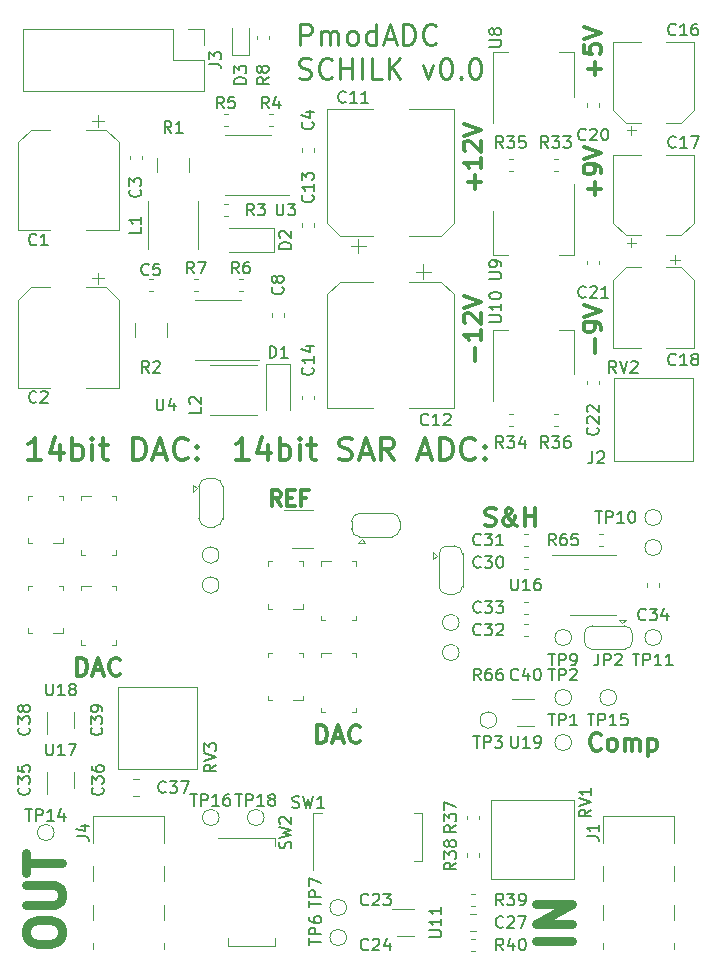
<source format=gbr>
%TF.GenerationSoftware,KiCad,Pcbnew,(5.1.5)-3*%
%TF.CreationDate,2020-10-12T09:52:32+02:00*%
%TF.ProjectId,PmodADC,506d6f64-4144-4432-9e6b-696361645f70,rev?*%
%TF.SameCoordinates,Original*%
%TF.FileFunction,Legend,Top*%
%TF.FilePolarity,Positive*%
%FSLAX46Y46*%
G04 Gerber Fmt 4.6, Leading zero omitted, Abs format (unit mm)*
G04 Created by KiCad (PCBNEW (5.1.5)-3) date 2020-10-12 09:52:32*
%MOMM*%
%LPD*%
G04 APERTURE LIST*
%ADD10C,0.750000*%
%ADD11C,0.300000*%
%ADD12C,0.250000*%
%ADD13C,0.120000*%
%ADD14C,0.150000*%
G04 APERTURE END LIST*
D10*
X-30852857Y50340000D02*
X-30852857Y50911428D01*
X-30710000Y51197142D01*
X-30424285Y51482857D01*
X-29852857Y51625714D01*
X-28852857Y51625714D01*
X-28281428Y51482857D01*
X-27995714Y51197142D01*
X-27852857Y50911428D01*
X-27852857Y50340000D01*
X-27995714Y50054285D01*
X-28281428Y49768571D01*
X-28852857Y49625714D01*
X-29852857Y49625714D01*
X-30424285Y49768571D01*
X-30710000Y50054285D01*
X-30852857Y50340000D01*
X-30852857Y52911428D02*
X-28424285Y52911428D01*
X-28138571Y53054285D01*
X-27995714Y53197142D01*
X-27852857Y53482857D01*
X-27852857Y54054285D01*
X-27995714Y54340000D01*
X-28138571Y54482857D01*
X-28424285Y54625714D01*
X-30852857Y54625714D01*
X-30852857Y55625714D02*
X-30852857Y57340000D01*
X-27852857Y56482857D02*
X-30852857Y56482857D01*
X15327142Y49863571D02*
X12327142Y49863571D01*
X15327142Y51292142D02*
X12327142Y51292142D01*
X15327142Y53006428D01*
X12327142Y53006428D01*
D11*
X-12040000Y90580476D02*
X-13125714Y90580476D01*
X-12582857Y90580476D02*
X-12582857Y92480476D01*
X-12763809Y92209047D01*
X-12944761Y92028095D01*
X-13125714Y91937619D01*
X-10411428Y91847142D02*
X-10411428Y90580476D01*
X-10863809Y92570952D02*
X-11316190Y91213809D01*
X-10140000Y91213809D01*
X-9416190Y90580476D02*
X-9416190Y92480476D01*
X-9416190Y91756666D02*
X-9235238Y91847142D01*
X-8873333Y91847142D01*
X-8692380Y91756666D01*
X-8601904Y91666190D01*
X-8511428Y91485238D01*
X-8511428Y90942380D01*
X-8601904Y90761428D01*
X-8692380Y90670952D01*
X-8873333Y90580476D01*
X-9235238Y90580476D01*
X-9416190Y90670952D01*
X-7697142Y90580476D02*
X-7697142Y91847142D01*
X-7697142Y92480476D02*
X-7787619Y92390000D01*
X-7697142Y92299523D01*
X-7606666Y92390000D01*
X-7697142Y92480476D01*
X-7697142Y92299523D01*
X-7063809Y91847142D02*
X-6339999Y91847142D01*
X-6792380Y92480476D02*
X-6792380Y90851904D01*
X-6701904Y90670952D01*
X-6520952Y90580476D01*
X-6339999Y90580476D01*
X-4349523Y90670952D02*
X-4078095Y90580476D01*
X-3625714Y90580476D01*
X-3444761Y90670952D01*
X-3354285Y90761428D01*
X-3263809Y90942380D01*
X-3263809Y91123333D01*
X-3354285Y91304285D01*
X-3444761Y91394761D01*
X-3625714Y91485238D01*
X-3987619Y91575714D01*
X-4168571Y91666190D01*
X-4259047Y91756666D01*
X-4349523Y91937619D01*
X-4349523Y92118571D01*
X-4259047Y92299523D01*
X-4168571Y92390000D01*
X-3987619Y92480476D01*
X-3535238Y92480476D01*
X-3263809Y92390000D01*
X-2540000Y91123333D02*
X-1635238Y91123333D01*
X-2720952Y90580476D02*
X-2087619Y92480476D01*
X-1454285Y90580476D01*
X264761Y90580476D02*
X-368571Y91485238D01*
X-820952Y90580476D02*
X-820952Y92480476D01*
X-97142Y92480476D01*
X83809Y92390000D01*
X174285Y92299523D01*
X264761Y92118571D01*
X264761Y91847142D01*
X174285Y91666190D01*
X83809Y91575714D01*
X-97142Y91485238D01*
X-820952Y91485238D01*
X2436190Y91123333D02*
X3340952Y91123333D01*
X2255238Y90580476D02*
X2888571Y92480476D01*
X3521904Y90580476D01*
X4155238Y90580476D02*
X4155238Y92480476D01*
X4607619Y92480476D01*
X4879047Y92390000D01*
X5060000Y92209047D01*
X5150476Y92028095D01*
X5240952Y91666190D01*
X5240952Y91394761D01*
X5150476Y91032857D01*
X5060000Y90851904D01*
X4879047Y90670952D01*
X4607619Y90580476D01*
X4155238Y90580476D01*
X7140952Y90761428D02*
X7050476Y90670952D01*
X6779047Y90580476D01*
X6598095Y90580476D01*
X6326666Y90670952D01*
X6145714Y90851904D01*
X6055238Y91032857D01*
X5964761Y91394761D01*
X5964761Y91666190D01*
X6055238Y92028095D01*
X6145714Y92209047D01*
X6326666Y92390000D01*
X6598095Y92480476D01*
X6779047Y92480476D01*
X7050476Y92390000D01*
X7140952Y92299523D01*
X7955238Y90761428D02*
X8045714Y90670952D01*
X7955238Y90580476D01*
X7864761Y90670952D01*
X7955238Y90761428D01*
X7955238Y90580476D01*
X7955238Y91756666D02*
X8045714Y91666190D01*
X7955238Y91575714D01*
X7864761Y91666190D01*
X7955238Y91756666D01*
X7955238Y91575714D01*
X-29602142Y90580476D02*
X-30687857Y90580476D01*
X-30145000Y90580476D02*
X-30145000Y92480476D01*
X-30325952Y92209047D01*
X-30506904Y92028095D01*
X-30687857Y91937619D01*
X-27973571Y91847142D02*
X-27973571Y90580476D01*
X-28425952Y92570952D02*
X-28878333Y91213809D01*
X-27702142Y91213809D01*
X-26978333Y90580476D02*
X-26978333Y92480476D01*
X-26978333Y91756666D02*
X-26797380Y91847142D01*
X-26435476Y91847142D01*
X-26254523Y91756666D01*
X-26164047Y91666190D01*
X-26073571Y91485238D01*
X-26073571Y90942380D01*
X-26164047Y90761428D01*
X-26254523Y90670952D01*
X-26435476Y90580476D01*
X-26797380Y90580476D01*
X-26978333Y90670952D01*
X-25259285Y90580476D02*
X-25259285Y91847142D01*
X-25259285Y92480476D02*
X-25349761Y92390000D01*
X-25259285Y92299523D01*
X-25168809Y92390000D01*
X-25259285Y92480476D01*
X-25259285Y92299523D01*
X-24625952Y91847142D02*
X-23902142Y91847142D01*
X-24354523Y92480476D02*
X-24354523Y90851904D01*
X-24264047Y90670952D01*
X-24083095Y90580476D01*
X-23902142Y90580476D01*
X-21821190Y90580476D02*
X-21821190Y92480476D01*
X-21368809Y92480476D01*
X-21097380Y92390000D01*
X-20916428Y92209047D01*
X-20825952Y92028095D01*
X-20735476Y91666190D01*
X-20735476Y91394761D01*
X-20825952Y91032857D01*
X-20916428Y90851904D01*
X-21097380Y90670952D01*
X-21368809Y90580476D01*
X-21821190Y90580476D01*
X-20011666Y91123333D02*
X-19106904Y91123333D01*
X-20192619Y90580476D02*
X-19559285Y92480476D01*
X-18925952Y90580476D01*
X-17206904Y90761428D02*
X-17297380Y90670952D01*
X-17568809Y90580476D01*
X-17749761Y90580476D01*
X-18021190Y90670952D01*
X-18202142Y90851904D01*
X-18292619Y91032857D01*
X-18383095Y91394761D01*
X-18383095Y91666190D01*
X-18292619Y92028095D01*
X-18202142Y92209047D01*
X-18021190Y92390000D01*
X-17749761Y92480476D01*
X-17568809Y92480476D01*
X-17297380Y92390000D01*
X-17206904Y92299523D01*
X-16392619Y90761428D02*
X-16302142Y90670952D01*
X-16392619Y90580476D01*
X-16483095Y90670952D01*
X-16392619Y90761428D01*
X-16392619Y90580476D01*
X-16392619Y91756666D02*
X-16302142Y91666190D01*
X-16392619Y91575714D01*
X-16483095Y91666190D01*
X-16392619Y91756666D01*
X-16392619Y91575714D01*
X-9315357Y86724404D02*
X-9748690Y87343452D01*
X-10058214Y86724404D02*
X-10058214Y88024404D01*
X-9562976Y88024404D01*
X-9439166Y87962500D01*
X-9377261Y87900595D01*
X-9315357Y87776785D01*
X-9315357Y87591071D01*
X-9377261Y87467261D01*
X-9439166Y87405357D01*
X-9562976Y87343452D01*
X-10058214Y87343452D01*
X-8758214Y87405357D02*
X-8324880Y87405357D01*
X-8139166Y86724404D02*
X-8758214Y86724404D01*
X-8758214Y88024404D01*
X-8139166Y88024404D01*
X-7148690Y87405357D02*
X-7582023Y87405357D01*
X-7582023Y86724404D02*
X-7582023Y88024404D01*
X-6962976Y88024404D01*
X17252142Y123166428D02*
X17252142Y124309285D01*
X17823571Y123737857D02*
X16680714Y123737857D01*
X16323571Y125737857D02*
X16323571Y125023571D01*
X17037857Y124952142D01*
X16966428Y125023571D01*
X16895000Y125166428D01*
X16895000Y125523571D01*
X16966428Y125666428D01*
X17037857Y125737857D01*
X17180714Y125809285D01*
X17537857Y125809285D01*
X17680714Y125737857D01*
X17752142Y125666428D01*
X17823571Y125523571D01*
X17823571Y125166428D01*
X17752142Y125023571D01*
X17680714Y124952142D01*
X16323571Y126237857D02*
X17823571Y126737857D01*
X16323571Y127237857D01*
X17252142Y113006428D02*
X17252142Y114149285D01*
X17823571Y113577857D02*
X16680714Y113577857D01*
X17823571Y114935000D02*
X17823571Y115220714D01*
X17752142Y115363571D01*
X17680714Y115435000D01*
X17466428Y115577857D01*
X17180714Y115649285D01*
X16609285Y115649285D01*
X16466428Y115577857D01*
X16395000Y115506428D01*
X16323571Y115363571D01*
X16323571Y115077857D01*
X16395000Y114935000D01*
X16466428Y114863571D01*
X16609285Y114792142D01*
X16966428Y114792142D01*
X17109285Y114863571D01*
X17180714Y114935000D01*
X17252142Y115077857D01*
X17252142Y115363571D01*
X17180714Y115506428D01*
X17109285Y115577857D01*
X16966428Y115649285D01*
X16323571Y116077857D02*
X17823571Y116577857D01*
X16323571Y117077857D01*
X17252142Y99671428D02*
X17252142Y100814285D01*
X17823571Y101600000D02*
X17823571Y101885714D01*
X17752142Y102028571D01*
X17680714Y102100000D01*
X17466428Y102242857D01*
X17180714Y102314285D01*
X16609285Y102314285D01*
X16466428Y102242857D01*
X16395000Y102171428D01*
X16323571Y102028571D01*
X16323571Y101742857D01*
X16395000Y101600000D01*
X16466428Y101528571D01*
X16609285Y101457142D01*
X16966428Y101457142D01*
X17109285Y101528571D01*
X17180714Y101600000D01*
X17252142Y101742857D01*
X17252142Y102028571D01*
X17180714Y102171428D01*
X17109285Y102242857D01*
X16966428Y102314285D01*
X16323571Y102742857D02*
X17823571Y103242857D01*
X16323571Y103742857D01*
X-26550714Y72346428D02*
X-26550714Y73846428D01*
X-26193571Y73846428D01*
X-25979285Y73775000D01*
X-25836428Y73632142D01*
X-25765000Y73489285D01*
X-25693571Y73203571D01*
X-25693571Y72989285D01*
X-25765000Y72703571D01*
X-25836428Y72560714D01*
X-25979285Y72417857D01*
X-26193571Y72346428D01*
X-26550714Y72346428D01*
X-25122142Y72775000D02*
X-24407857Y72775000D01*
X-25265000Y72346428D02*
X-24765000Y73846428D01*
X-24265000Y72346428D01*
X-22907857Y72489285D02*
X-22979285Y72417857D01*
X-23193571Y72346428D01*
X-23336428Y72346428D01*
X-23550714Y72417857D01*
X-23693571Y72560714D01*
X-23765000Y72703571D01*
X-23836428Y72989285D01*
X-23836428Y73203571D01*
X-23765000Y73489285D01*
X-23693571Y73632142D01*
X-23550714Y73775000D01*
X-23336428Y73846428D01*
X-23193571Y73846428D01*
X-22979285Y73775000D01*
X-22907857Y73703571D01*
X17792142Y66139285D02*
X17720714Y66067857D01*
X17506428Y65996428D01*
X17363571Y65996428D01*
X17149285Y66067857D01*
X17006428Y66210714D01*
X16935000Y66353571D01*
X16863571Y66639285D01*
X16863571Y66853571D01*
X16935000Y67139285D01*
X17006428Y67282142D01*
X17149285Y67425000D01*
X17363571Y67496428D01*
X17506428Y67496428D01*
X17720714Y67425000D01*
X17792142Y67353571D01*
X18649285Y65996428D02*
X18506428Y66067857D01*
X18435000Y66139285D01*
X18363571Y66282142D01*
X18363571Y66710714D01*
X18435000Y66853571D01*
X18506428Y66925000D01*
X18649285Y66996428D01*
X18863571Y66996428D01*
X19006428Y66925000D01*
X19077857Y66853571D01*
X19149285Y66710714D01*
X19149285Y66282142D01*
X19077857Y66139285D01*
X19006428Y66067857D01*
X18863571Y65996428D01*
X18649285Y65996428D01*
X19792142Y65996428D02*
X19792142Y66996428D01*
X19792142Y66853571D02*
X19863571Y66925000D01*
X20006428Y66996428D01*
X20220714Y66996428D01*
X20363571Y66925000D01*
X20435000Y66782142D01*
X20435000Y65996428D01*
X20435000Y66782142D02*
X20506428Y66925000D01*
X20649285Y66996428D01*
X20863571Y66996428D01*
X21006428Y66925000D01*
X21077857Y66782142D01*
X21077857Y65996428D01*
X21792142Y66996428D02*
X21792142Y65496428D01*
X21792142Y66925000D02*
X21935000Y66996428D01*
X22220714Y66996428D01*
X22363571Y66925000D01*
X22435000Y66853571D01*
X22506428Y66710714D01*
X22506428Y66282142D01*
X22435000Y66139285D01*
X22363571Y66067857D01*
X22220714Y65996428D01*
X21935000Y65996428D01*
X21792142Y66067857D01*
X8017142Y85117857D02*
X8231428Y85046428D01*
X8588571Y85046428D01*
X8731428Y85117857D01*
X8802857Y85189285D01*
X8874285Y85332142D01*
X8874285Y85475000D01*
X8802857Y85617857D01*
X8731428Y85689285D01*
X8588571Y85760714D01*
X8302857Y85832142D01*
X8159999Y85903571D01*
X8088571Y85975000D01*
X8017142Y86117857D01*
X8017142Y86260714D01*
X8088571Y86403571D01*
X8159999Y86475000D01*
X8302857Y86546428D01*
X8660000Y86546428D01*
X8874285Y86475000D01*
X10731428Y85046428D02*
X10660000Y85046428D01*
X10517142Y85117857D01*
X10302857Y85332142D01*
X9945714Y85760714D01*
X9802857Y85975000D01*
X9731428Y86189285D01*
X9731428Y86332142D01*
X9802857Y86475000D01*
X9945714Y86546428D01*
X10017142Y86546428D01*
X10160000Y86475000D01*
X10231428Y86332142D01*
X10231428Y86260714D01*
X10160000Y86117857D01*
X10088571Y86046428D01*
X9660000Y85760714D01*
X9588571Y85689285D01*
X9517142Y85546428D01*
X9517142Y85332142D01*
X9588571Y85189285D01*
X9660000Y85117857D01*
X9802857Y85046428D01*
X10017142Y85046428D01*
X10160000Y85117857D01*
X10231428Y85189285D01*
X10445714Y85475000D01*
X10517142Y85689285D01*
X10517142Y85832142D01*
X11374285Y85046428D02*
X11374285Y86546428D01*
X11374285Y85832142D02*
X12231428Y85832142D01*
X12231428Y85046428D02*
X12231428Y86546428D01*
X-6230714Y66631428D02*
X-6230714Y68131428D01*
X-5873571Y68131428D01*
X-5659285Y68060000D01*
X-5516428Y67917142D01*
X-5445000Y67774285D01*
X-5373571Y67488571D01*
X-5373571Y67274285D01*
X-5445000Y66988571D01*
X-5516428Y66845714D01*
X-5659285Y66702857D01*
X-5873571Y66631428D01*
X-6230714Y66631428D01*
X-4802142Y67060000D02*
X-4087857Y67060000D01*
X-4945000Y66631428D02*
X-4445000Y68131428D01*
X-3945000Y66631428D01*
X-2587857Y66774285D02*
X-2659285Y66702857D01*
X-2873571Y66631428D01*
X-3016428Y66631428D01*
X-3230714Y66702857D01*
X-3373571Y66845714D01*
X-3445000Y66988571D01*
X-3516428Y67274285D01*
X-3516428Y67488571D01*
X-3445000Y67774285D01*
X-3373571Y67917142D01*
X-3230714Y68060000D01*
X-3016428Y68131428D01*
X-2873571Y68131428D01*
X-2659285Y68060000D01*
X-2587857Y67988571D01*
D12*
X-7675833Y125740833D02*
X-7675833Y127490833D01*
X-7009166Y127490833D01*
X-6842500Y127407500D01*
X-6759166Y127324166D01*
X-6675833Y127157500D01*
X-6675833Y126907500D01*
X-6759166Y126740833D01*
X-6842500Y126657500D01*
X-7009166Y126574166D01*
X-7675833Y126574166D01*
X-5925833Y125740833D02*
X-5925833Y126907500D01*
X-5925833Y126740833D02*
X-5842500Y126824166D01*
X-5675833Y126907500D01*
X-5425833Y126907500D01*
X-5259166Y126824166D01*
X-5175833Y126657500D01*
X-5175833Y125740833D01*
X-5175833Y126657500D02*
X-5092500Y126824166D01*
X-4925833Y126907500D01*
X-4675833Y126907500D01*
X-4509166Y126824166D01*
X-4425833Y126657500D01*
X-4425833Y125740833D01*
X-3342500Y125740833D02*
X-3509166Y125824166D01*
X-3592500Y125907500D01*
X-3675833Y126074166D01*
X-3675833Y126574166D01*
X-3592500Y126740833D01*
X-3509166Y126824166D01*
X-3342500Y126907500D01*
X-3092500Y126907500D01*
X-2925833Y126824166D01*
X-2842500Y126740833D01*
X-2759166Y126574166D01*
X-2759166Y126074166D01*
X-2842500Y125907500D01*
X-2925833Y125824166D01*
X-3092500Y125740833D01*
X-3342500Y125740833D01*
X-1259166Y125740833D02*
X-1259166Y127490833D01*
X-1259166Y125824166D02*
X-1425833Y125740833D01*
X-1759166Y125740833D01*
X-1925833Y125824166D01*
X-2009166Y125907500D01*
X-2092500Y126074166D01*
X-2092500Y126574166D01*
X-2009166Y126740833D01*
X-1925833Y126824166D01*
X-1759166Y126907500D01*
X-1425833Y126907500D01*
X-1259166Y126824166D01*
X-509166Y126240833D02*
X324166Y126240833D01*
X-675833Y125740833D02*
X-92500Y127490833D01*
X490833Y125740833D01*
X1074166Y125740833D02*
X1074166Y127490833D01*
X1490833Y127490833D01*
X1740833Y127407500D01*
X1907500Y127240833D01*
X1990833Y127074166D01*
X2074166Y126740833D01*
X2074166Y126490833D01*
X1990833Y126157500D01*
X1907500Y125990833D01*
X1740833Y125824166D01*
X1490833Y125740833D01*
X1074166Y125740833D01*
X3824166Y125907500D02*
X3740833Y125824166D01*
X3490833Y125740833D01*
X3324166Y125740833D01*
X3074166Y125824166D01*
X2907500Y125990833D01*
X2824166Y126157500D01*
X2740833Y126490833D01*
X2740833Y126740833D01*
X2824166Y127074166D01*
X2907500Y127240833D01*
X3074166Y127407500D01*
X3324166Y127490833D01*
X3490833Y127490833D01*
X3740833Y127407500D01*
X3824166Y127324166D01*
X-7759166Y122949166D02*
X-7509166Y122865833D01*
X-7092500Y122865833D01*
X-6925833Y122949166D01*
X-6842500Y123032500D01*
X-6759166Y123199166D01*
X-6759166Y123365833D01*
X-6842500Y123532500D01*
X-6925833Y123615833D01*
X-7092500Y123699166D01*
X-7425833Y123782500D01*
X-7592500Y123865833D01*
X-7675833Y123949166D01*
X-7759166Y124115833D01*
X-7759166Y124282500D01*
X-7675833Y124449166D01*
X-7592500Y124532500D01*
X-7425833Y124615833D01*
X-7009166Y124615833D01*
X-6759166Y124532500D01*
X-5009166Y123032500D02*
X-5092500Y122949166D01*
X-5342500Y122865833D01*
X-5509166Y122865833D01*
X-5759166Y122949166D01*
X-5925833Y123115833D01*
X-6009166Y123282500D01*
X-6092500Y123615833D01*
X-6092500Y123865833D01*
X-6009166Y124199166D01*
X-5925833Y124365833D01*
X-5759166Y124532500D01*
X-5509166Y124615833D01*
X-5342500Y124615833D01*
X-5092500Y124532500D01*
X-5009166Y124449166D01*
X-4259166Y122865833D02*
X-4259166Y124615833D01*
X-4259166Y123782500D02*
X-3259166Y123782500D01*
X-3259166Y122865833D02*
X-3259166Y124615833D01*
X-2425833Y122865833D02*
X-2425833Y124615833D01*
X-759166Y122865833D02*
X-1592500Y122865833D01*
X-1592500Y124615833D01*
X-175833Y122865833D02*
X-175833Y124615833D01*
X824166Y122865833D02*
X74166Y123865833D01*
X824166Y124615833D02*
X-175833Y123615833D01*
X2740833Y124032500D02*
X3157500Y122865833D01*
X3574166Y124032500D01*
X4574166Y124615833D02*
X4740833Y124615833D01*
X4907500Y124532500D01*
X4990833Y124449166D01*
X5074166Y124282500D01*
X5157500Y123949166D01*
X5157500Y123532500D01*
X5074166Y123199166D01*
X4990833Y123032500D01*
X4907500Y122949166D01*
X4740833Y122865833D01*
X4574166Y122865833D01*
X4407500Y122949166D01*
X4324166Y123032500D01*
X4240833Y123199166D01*
X4157500Y123532500D01*
X4157500Y123949166D01*
X4240833Y124282500D01*
X4324166Y124449166D01*
X4407500Y124532500D01*
X4574166Y124615833D01*
X5907500Y123032500D02*
X5990833Y122949166D01*
X5907500Y122865833D01*
X5824166Y122949166D01*
X5907500Y123032500D01*
X5907500Y122865833D01*
X7074166Y124615833D02*
X7240833Y124615833D01*
X7407500Y124532500D01*
X7490833Y124449166D01*
X7574166Y124282500D01*
X7657500Y123949166D01*
X7657500Y123532500D01*
X7574166Y123199166D01*
X7490833Y123032500D01*
X7407500Y122949166D01*
X7240833Y122865833D01*
X7074166Y122865833D01*
X6907500Y122949166D01*
X6824166Y123032500D01*
X6740833Y123199166D01*
X6657500Y123532500D01*
X6657500Y123949166D01*
X6740833Y124282500D01*
X6824166Y124449166D01*
X6907500Y124532500D01*
X7074166Y124615833D01*
D11*
X7092142Y98957142D02*
X7092142Y100100000D01*
X7663571Y101600000D02*
X7663571Y100742857D01*
X7663571Y101171428D02*
X6163571Y101171428D01*
X6377857Y101028571D01*
X6520714Y100885714D01*
X6592142Y100742857D01*
X6306428Y102171428D02*
X6235000Y102242857D01*
X6163571Y102385714D01*
X6163571Y102742857D01*
X6235000Y102885714D01*
X6306428Y102957142D01*
X6449285Y103028571D01*
X6592142Y103028571D01*
X6806428Y102957142D01*
X7663571Y102100000D01*
X7663571Y103028571D01*
X6163571Y103457142D02*
X7663571Y103957142D01*
X6163571Y104457142D01*
X7092142Y113562142D02*
X7092142Y114705000D01*
X7663571Y114133571D02*
X6520714Y114133571D01*
X7663571Y116205000D02*
X7663571Y115347857D01*
X7663571Y115776428D02*
X6163571Y115776428D01*
X6377857Y115633571D01*
X6520714Y115490714D01*
X6592142Y115347857D01*
X6306428Y116776428D02*
X6235000Y116847857D01*
X6163571Y116990714D01*
X6163571Y117347857D01*
X6235000Y117490714D01*
X6306428Y117562142D01*
X6449285Y117633571D01*
X6592142Y117633571D01*
X6806428Y117562142D01*
X7663571Y116705000D01*
X7663571Y117633571D01*
X6163571Y118062142D02*
X7663571Y118562142D01*
X6163571Y119062142D01*
D13*
%TO.C,U2*%
X-7390000Y78010000D02*
X-7390000Y78385000D01*
X-8265000Y78010000D02*
X-7390000Y78010000D01*
X-10390000Y78010000D02*
X-10015000Y78010000D01*
X-10390000Y78385000D02*
X-10390000Y78010000D01*
X-7390000Y82010000D02*
X-7765000Y82010000D01*
X-7390000Y81635000D02*
X-7390000Y82010000D01*
X-10390000Y82010000D02*
X-10015000Y82010000D01*
X-10390000Y81635000D02*
X-10390000Y82010000D01*
%TO.C,U13*%
X-27710000Y83590000D02*
X-27710000Y83965000D01*
X-28585000Y83590000D02*
X-27710000Y83590000D01*
X-30710000Y83590000D02*
X-30335000Y83590000D01*
X-30710000Y83965000D02*
X-30710000Y83590000D01*
X-27710000Y87590000D02*
X-28085000Y87590000D01*
X-27710000Y87215000D02*
X-27710000Y87590000D01*
X-30710000Y87590000D02*
X-30335000Y87590000D01*
X-30710000Y87215000D02*
X-30710000Y87590000D01*
%TO.C,U12*%
X-27710000Y75970000D02*
X-27710000Y76345000D01*
X-28585000Y75970000D02*
X-27710000Y75970000D01*
X-30710000Y75970000D02*
X-30335000Y75970000D01*
X-30710000Y76345000D02*
X-30710000Y75970000D01*
X-27710000Y79970000D02*
X-28085000Y79970000D01*
X-27710000Y79595000D02*
X-27710000Y79970000D01*
X-30710000Y79970000D02*
X-30335000Y79970000D01*
X-30710000Y79595000D02*
X-30710000Y79970000D01*
%TO.C,U16*%
X17145000Y82570000D02*
X13695000Y82570000D01*
X17145000Y82570000D02*
X19095000Y82570000D01*
X17145000Y77450000D02*
X15195000Y77450000D01*
X17145000Y77450000D02*
X19095000Y77450000D01*
%TO.C,U15*%
X-26265000Y87590000D02*
X-26265000Y87215000D01*
X-25390000Y87590000D02*
X-26265000Y87590000D01*
X-23265000Y87590000D02*
X-23640000Y87590000D01*
X-23265000Y87215000D02*
X-23265000Y87590000D01*
X-26265000Y82590000D02*
X-25890000Y82590000D01*
X-26265000Y82965000D02*
X-26265000Y82590000D01*
X-23265000Y82590000D02*
X-23640000Y82590000D01*
X-23265000Y82965000D02*
X-23265000Y82590000D01*
%TO.C,U14*%
X-26265000Y79970000D02*
X-26265000Y79595000D01*
X-25390000Y79970000D02*
X-26265000Y79970000D01*
X-23265000Y79970000D02*
X-23640000Y79970000D01*
X-23265000Y79595000D02*
X-23265000Y79970000D01*
X-26265000Y74970000D02*
X-25890000Y74970000D01*
X-26265000Y75345000D02*
X-26265000Y74970000D01*
X-23265000Y74970000D02*
X-23640000Y74970000D01*
X-23265000Y75345000D02*
X-23265000Y74970000D01*
%TO.C,JP1*%
X5380000Y83330000D02*
G75*
G02X6080000Y82630000I0J-700000D01*
G01*
X4080000Y82630000D02*
G75*
G02X4780000Y83330000I700000J0D01*
G01*
X4780000Y79230000D02*
G75*
G02X4080000Y79930000I0J700000D01*
G01*
X6080000Y79930000D02*
G75*
G02X5380000Y79230000I-700000J0D01*
G01*
X6080000Y82680000D02*
X6080000Y79880000D01*
X5380000Y79230000D02*
X4780000Y79230000D01*
X4080000Y79880000D02*
X4080000Y82680000D01*
X4780000Y83330000D02*
X5380000Y83330000D01*
X3880000Y82480000D02*
X3580000Y82780000D01*
X3580000Y82780000D02*
X3580000Y82180000D01*
X3880000Y82480000D02*
X3580000Y82180000D01*
%TO.C,U19*%
X10730000Y68055000D02*
X12130000Y68055000D01*
X12130000Y70375000D02*
X10230000Y70375000D01*
%TO.C,JP2*%
X20465000Y75265000D02*
G75*
G02X19765000Y74565000I-700000J0D01*
G01*
X19765000Y76565000D02*
G75*
G02X20465000Y75865000I0J-700000D01*
G01*
X16365000Y75865000D02*
G75*
G02X17065000Y76565000I700000J0D01*
G01*
X17065000Y74565000D02*
G75*
G02X16365000Y75265000I0J700000D01*
G01*
X19815000Y74565000D02*
X17015000Y74565000D01*
X16365000Y75265000D02*
X16365000Y75865000D01*
X17015000Y76565000D02*
X19815000Y76565000D01*
X20465000Y75865000D02*
X20465000Y75265000D01*
X19615000Y76765000D02*
X19915000Y77065000D01*
X19915000Y77065000D02*
X19315000Y77065000D01*
X19615000Y76765000D02*
X19315000Y77065000D01*
%TO.C,JP3*%
X-14940000Y89045000D02*
G75*
G02X-14240000Y88345000I0J-700000D01*
G01*
X-16240000Y88345000D02*
G75*
G02X-15540000Y89045000I700000J0D01*
G01*
X-15540000Y84945000D02*
G75*
G02X-16240000Y85645000I0J700000D01*
G01*
X-14240000Y85645000D02*
G75*
G02X-14940000Y84945000I-700000J0D01*
G01*
X-14240000Y88395000D02*
X-14240000Y85595000D01*
X-14940000Y84945000D02*
X-15540000Y84945000D01*
X-16240000Y85595000D02*
X-16240000Y88395000D01*
X-15540000Y89045000D02*
X-14940000Y89045000D01*
X-16440000Y88195000D02*
X-16740000Y88495000D01*
X-16740000Y88495000D02*
X-16740000Y87895000D01*
X-16440000Y88195000D02*
X-16740000Y87895000D01*
%TO.C,TP3*%
X8955000Y68580000D02*
G75*
G03X8955000Y68580000I-700000J0D01*
G01*
%TO.C,R65*%
X17942779Y84330000D02*
X17617221Y84330000D01*
X17942779Y83310000D02*
X17617221Y83310000D01*
%TO.C,U6*%
X-5945000Y82010000D02*
X-5945000Y81635000D01*
X-5070000Y82010000D02*
X-5945000Y82010000D01*
X-2945000Y82010000D02*
X-3320000Y82010000D01*
X-2945000Y81635000D02*
X-2945000Y82010000D01*
X-5945000Y77010000D02*
X-5570000Y77010000D01*
X-5945000Y77385000D02*
X-5945000Y77010000D01*
X-2945000Y77010000D02*
X-3320000Y77010000D01*
X-2945000Y77385000D02*
X-2945000Y77010000D01*
%TO.C,TP1*%
X15305000Y66675000D02*
G75*
G03X15305000Y66675000I-700000J0D01*
G01*
%TO.C,U5*%
X-5945000Y74255000D02*
X-5945000Y73880000D01*
X-5070000Y74255000D02*
X-5945000Y74255000D01*
X-2945000Y74255000D02*
X-3320000Y74255000D01*
X-2945000Y73880000D02*
X-2945000Y74255000D01*
X-5945000Y69255000D02*
X-5570000Y69255000D01*
X-5945000Y69630000D02*
X-5945000Y69255000D01*
X-2945000Y69255000D02*
X-3320000Y69255000D01*
X-2945000Y69630000D02*
X-2945000Y69255000D01*
%TO.C,U1*%
X-7390000Y70255000D02*
X-7390000Y70630000D01*
X-8265000Y70255000D02*
X-7390000Y70255000D01*
X-10390000Y70255000D02*
X-10015000Y70255000D01*
X-10390000Y70630000D02*
X-10390000Y70255000D01*
X-7390000Y74255000D02*
X-7765000Y74255000D01*
X-7390000Y73880000D02*
X-7390000Y74255000D01*
X-10390000Y74255000D02*
X-10015000Y74255000D01*
X-10390000Y73880000D02*
X-10390000Y74255000D01*
%TO.C,TP2*%
X15305000Y70485000D02*
G75*
G03X15305000Y70485000I-700000J0D01*
G01*
%TO.C,TP11*%
X22925000Y75565000D02*
G75*
G03X22925000Y75565000I-700000J0D01*
G01*
%TO.C,TP10*%
X22925000Y85725000D02*
G75*
G03X22925000Y85725000I-700000J0D01*
G01*
%TO.C,TP13*%
X-14540000Y82550000D02*
G75*
G03X-14540000Y82550000I-700000J0D01*
G01*
%TO.C,TP5*%
X5780000Y76835000D02*
G75*
G03X5780000Y76835000I-700000J0D01*
G01*
%TO.C,TP4*%
X5780000Y74295000D02*
G75*
G03X5780000Y74295000I-700000J0D01*
G01*
%TO.C,TP9*%
X15305000Y75565000D02*
G75*
G03X15305000Y75565000I-700000J0D01*
G01*
%TO.C,TP12*%
X22925000Y83185000D02*
G75*
G03X22925000Y83185000I-700000J0D01*
G01*
%TO.C,U7*%
X-6550000Y86380000D02*
X-9000000Y86380000D01*
X-8350000Y83160000D02*
X-6550000Y83160000D01*
%TO.C,JP4*%
X-3320000Y85390000D02*
G75*
G02X-2620000Y86090000I700000J0D01*
G01*
X-2620000Y84090000D02*
G75*
G02X-3320000Y84790000I0J700000D01*
G01*
X780000Y84790000D02*
G75*
G02X80000Y84090000I-700000J0D01*
G01*
X80000Y86090000D02*
G75*
G02X780000Y85390000I0J-700000D01*
G01*
X-2670000Y86090000D02*
X130000Y86090000D01*
X780000Y85390000D02*
X780000Y84790000D01*
X130000Y84090000D02*
X-2670000Y84090000D01*
X-3320000Y84790000D02*
X-3320000Y85390000D01*
X-2470000Y83890000D02*
X-2770000Y83590000D01*
X-2770000Y83590000D02*
X-2170000Y83590000D01*
X-2470000Y83890000D02*
X-2170000Y83590000D01*
%TO.C,TP19*%
X-14540000Y80010000D02*
G75*
G03X-14540000Y80010000I-700000J0D01*
G01*
%TO.C,C31*%
X11592779Y84330000D02*
X11267221Y84330000D01*
X11592779Y83310000D02*
X11267221Y83310000D01*
%TO.C,C30*%
X11592779Y82425000D02*
X11267221Y82425000D01*
X11592779Y81405000D02*
X11267221Y81405000D01*
%TO.C,C33*%
X11592779Y78615000D02*
X11267221Y78615000D01*
X11592779Y77595000D02*
X11267221Y77595000D01*
%TO.C,C34*%
X22735000Y79847221D02*
X22735000Y80172779D01*
X21715000Y79847221D02*
X21715000Y80172779D01*
%TO.C,C32*%
X11592779Y76710000D02*
X11267221Y76710000D01*
X11592779Y75690000D02*
X11267221Y75690000D01*
%TO.C,J3*%
X-15815000Y127060000D02*
X-15815000Y125730000D01*
X-17145000Y127060000D02*
X-15815000Y127060000D01*
X-15815000Y124460000D02*
X-15815000Y121860000D01*
X-18415000Y124460000D02*
X-15815000Y124460000D01*
X-18415000Y127060000D02*
X-18415000Y124460000D01*
X-15815000Y121860000D02*
X-31175000Y121860000D01*
X-18415000Y127060000D02*
X-31175000Y127060000D01*
X-31175000Y127060000D02*
X-31175000Y121860000D01*
%TO.C,TP18*%
X-10730000Y60325000D02*
G75*
G03X-10730000Y60325000I-700000J0D01*
G01*
%TO.C,TP16*%
X-14540000Y60325000D02*
G75*
G03X-14540000Y60325000I-700000J0D01*
G01*
%TO.C,TP15*%
X19115000Y70485000D02*
G75*
G03X19115000Y70485000I-700000J0D01*
G01*
%TO.C,TP14*%
X-28510000Y59055000D02*
G75*
G03X-28510000Y59055000I-700000J0D01*
G01*
%TO.C,TP7*%
X-3745000Y52705000D02*
G75*
G03X-3745000Y52705000I-700000J0D01*
G01*
%TO.C,TP6*%
X-3745000Y50165000D02*
G75*
G03X-3745000Y50165000I-700000J0D01*
G01*
%TO.C,U3*%
X-12065000Y113010000D02*
X-8615000Y113010000D01*
X-12065000Y113010000D02*
X-14015000Y113010000D01*
X-12065000Y118130000D02*
X-10115000Y118130000D01*
X-12065000Y118130000D02*
X-14015000Y118130000D01*
%TO.C,U18*%
X-26780000Y67880000D02*
X-26780000Y69280000D01*
X-29100000Y69280000D02*
X-29100000Y67380000D01*
%TO.C,U17*%
X-26780000Y62800000D02*
X-26780000Y64200000D01*
X-29100000Y64200000D02*
X-29100000Y62300000D01*
%TO.C,U11*%
X570000Y50275000D02*
X1970000Y50275000D01*
X1970000Y52595000D02*
X70000Y52595000D01*
%TO.C,U10*%
X8655000Y95595000D02*
X8655000Y101605000D01*
X15475000Y97845000D02*
X15475000Y101605000D01*
X8655000Y101605000D02*
X9915000Y101605000D01*
X15475000Y101605000D02*
X14215000Y101605000D01*
%TO.C,U9*%
X15475000Y113955000D02*
X15475000Y107945000D01*
X8655000Y111705000D02*
X8655000Y107945000D01*
X15475000Y107945000D02*
X14215000Y107945000D01*
X8655000Y107945000D02*
X9915000Y107945000D01*
%TO.C,U8*%
X8655000Y119090000D02*
X8655000Y125100000D01*
X15475000Y121340000D02*
X15475000Y125100000D01*
X8655000Y125100000D02*
X9915000Y125100000D01*
X15475000Y125100000D02*
X14215000Y125100000D01*
%TO.C,U4*%
X-14605000Y99040000D02*
X-11155000Y99040000D01*
X-14605000Y99040000D02*
X-16555000Y99040000D01*
X-14605000Y104160000D02*
X-12655000Y104160000D01*
X-14605000Y104160000D02*
X-16555000Y104160000D01*
%TO.C,SW2*%
X-9805000Y49415000D02*
X-13805000Y49415000D01*
X-13805000Y50115000D02*
X-13805000Y49415000D01*
X-9805000Y49415000D02*
X-9805000Y50115000D01*
X-9805000Y58615000D02*
X-9805000Y57915000D01*
X-9805000Y58615000D02*
X-14605000Y58615000D01*
%TO.C,SW1*%
X2655000Y60680000D02*
X2655000Y56680000D01*
X1955000Y56680000D02*
X2655000Y56680000D01*
X2655000Y60680000D02*
X1955000Y60680000D01*
X-6545000Y60680000D02*
X-5845000Y60680000D01*
X-6545000Y60680000D02*
X-6545000Y55880000D01*
%TO.C,RV3*%
X-16985000Y71405000D02*
X-17385000Y71405000D01*
X-16385000Y71405000D02*
X-16385000Y64405000D01*
X-16485000Y71405000D02*
X-16385000Y71405000D01*
X-23085000Y71405000D02*
X-16485000Y71405000D01*
X-23085000Y64405000D02*
X-23085000Y71405000D01*
X-16385000Y64405000D02*
X-23085000Y64405000D01*
%TO.C,RV2*%
X19525000Y90520000D02*
X19925000Y90520000D01*
X18925000Y90520000D02*
X18925000Y97520000D01*
X19025000Y90520000D02*
X18925000Y90520000D01*
X25625000Y90520000D02*
X19025000Y90520000D01*
X25625000Y97520000D02*
X25625000Y90520000D01*
X18925000Y97520000D02*
X25625000Y97520000D01*
%TO.C,RV1*%
X15525000Y55720000D02*
X15525000Y56120000D01*
X15525000Y55120000D02*
X8525000Y55120000D01*
X15525000Y55220000D02*
X15525000Y55120000D01*
X15525000Y61820000D02*
X15525000Y55220000D01*
X8525000Y61820000D02*
X15525000Y61820000D01*
X8525000Y55120000D02*
X8525000Y61820000D01*
%TO.C,R40*%
X7147779Y50040000D02*
X6822221Y50040000D01*
X7147779Y49020000D02*
X6822221Y49020000D01*
%TO.C,R39*%
X6822221Y52830000D02*
X7147779Y52830000D01*
X6822221Y53850000D02*
X7147779Y53850000D01*
%TO.C,R38*%
X6475000Y57312779D02*
X6475000Y56987221D01*
X7495000Y57312779D02*
X7495000Y56987221D01*
%TO.C,R37*%
X7495000Y60162221D02*
X7495000Y60487779D01*
X6475000Y60162221D02*
X6475000Y60487779D01*
%TO.C,R36*%
X14132779Y94490000D02*
X13807221Y94490000D01*
X14132779Y93470000D02*
X13807221Y93470000D01*
%TO.C,R35*%
X10322779Y116080000D02*
X9997221Y116080000D01*
X10322779Y115060000D02*
X9997221Y115060000D01*
%TO.C,R34*%
X10322779Y94489999D02*
X9997221Y94489999D01*
X10322779Y93469999D02*
X9997221Y93469999D01*
%TO.C,R33*%
X14132779Y116080000D02*
X13807221Y116080000D01*
X14132779Y115060000D02*
X13807221Y115060000D01*
%TO.C,R8*%
X-10285000Y126202221D02*
X-10285000Y126527779D01*
X-11305000Y126202221D02*
X-11305000Y126527779D01*
%TO.C,R7*%
X-16672779Y104900000D02*
X-16347221Y104900000D01*
X-16672779Y105920000D02*
X-16347221Y105920000D01*
%TO.C,R6*%
X-12862779Y104900000D02*
X-12537221Y104900000D01*
X-12862779Y105920000D02*
X-12537221Y105920000D01*
%TO.C,R5*%
X-14132779Y118870000D02*
X-13807221Y118870000D01*
X-14132779Y119890000D02*
X-13807221Y119890000D01*
%TO.C,R4*%
X-10322779Y118870000D02*
X-9997221Y118870000D01*
X-10322779Y119890000D02*
X-9997221Y119890000D01*
%TO.C,R3*%
X-14132779Y111250000D02*
X-13807221Y111250000D01*
X-14132779Y112270000D02*
X-13807221Y112270000D01*
%TO.C,R2*%
X-18960000Y100997936D02*
X-18960000Y102202064D01*
X-21680000Y100997936D02*
X-21680000Y102202064D01*
%TO.C,R1*%
X-17055000Y114967936D02*
X-17055000Y116172064D01*
X-19775000Y114967936D02*
X-19775000Y116172064D01*
%TO.C,L2*%
X-11335000Y98620000D02*
X-15335000Y98620000D01*
X-11335000Y94420000D02*
X-15335000Y94420000D01*
%TO.C,L1*%
X-20515000Y112490000D02*
X-20515000Y108490000D01*
X-16315000Y112490000D02*
X-16315000Y108490000D01*
%TO.C,J4*%
X-25225000Y60435000D02*
X-22225000Y60435000D01*
X-25225000Y55185000D02*
X-25225000Y56185000D01*
X-25225000Y56185000D02*
X-25225000Y55435000D01*
X-25225000Y55435000D02*
X-25225000Y54935000D01*
X-25225000Y49685000D02*
X-25225000Y49185000D01*
X-25225000Y51685000D02*
X-25225000Y52935000D01*
X-25225000Y58185000D02*
X-25225000Y60435000D01*
X-19225000Y60435000D02*
X-22225000Y60435000D01*
X-19225000Y58185000D02*
X-19225000Y60435000D01*
X-19225000Y55435000D02*
X-19225000Y54935000D01*
X-19225000Y56185000D02*
X-19225000Y55435000D01*
X-19225000Y55185000D02*
X-19225000Y56185000D01*
X-19225000Y51685000D02*
X-19225000Y52935000D01*
X-19225000Y49685000D02*
X-19225000Y49185000D01*
%TO.C,J1*%
X17955000Y60435000D02*
X20955000Y60435000D01*
X17955000Y55185000D02*
X17955000Y56185000D01*
X17955000Y56185000D02*
X17955000Y55435000D01*
X17955000Y55435000D02*
X17955000Y54935000D01*
X17955000Y49685000D02*
X17955000Y49185000D01*
X17955000Y51685000D02*
X17955000Y52935000D01*
X17955000Y58185000D02*
X17955000Y60435000D01*
X23955000Y60435000D02*
X20955000Y60435000D01*
X23955000Y58185000D02*
X23955000Y60435000D01*
X23955000Y55435000D02*
X23955000Y54935000D01*
X23955000Y56185000D02*
X23955000Y55435000D01*
X23955000Y55185000D02*
X23955000Y56185000D01*
X23955000Y51685000D02*
X23955000Y52935000D01*
X23955000Y49685000D02*
X23955000Y49185000D01*
%TO.C,D3*%
X-11965000Y124880000D02*
X-11965000Y127165000D01*
X-13435000Y124880000D02*
X-11965000Y124880000D01*
X-13435000Y127165000D02*
X-13435000Y124880000D01*
%TO.C,D2*%
X-9865000Y108220000D02*
X-13715000Y108220000D01*
X-9865000Y110220000D02*
X-13715000Y110220000D01*
X-9865000Y108220000D02*
X-9865000Y110220000D01*
%TO.C,D1*%
X-8525000Y98720000D02*
X-8525000Y94870000D01*
X-10525000Y98720000D02*
X-10525000Y94870000D01*
X-8525000Y98720000D02*
X-10525000Y98720000D01*
%TO.C,C37*%
X-21331422Y63575000D02*
X-21848578Y63575000D01*
X-21331422Y62155000D02*
X-21848578Y62155000D01*
%TO.C,C27*%
X7243578Y52145000D02*
X6726422Y52145000D01*
X7243578Y50725000D02*
X6726422Y50725000D01*
%TO.C,C22*%
X16635000Y97317779D02*
X16635000Y96992221D01*
X17655000Y97317779D02*
X17655000Y96992221D01*
%TO.C,C21*%
X17655000Y107152221D02*
X17655000Y107477779D01*
X16635000Y107152221D02*
X16635000Y107477779D01*
%TO.C,C20*%
X17655000Y120487221D02*
X17655000Y120812779D01*
X16635000Y120487221D02*
X16635000Y120812779D01*
%TO.C,C18*%
X24466250Y107548750D02*
X23678750Y107548750D01*
X24072500Y107942500D02*
X24072500Y107155000D01*
X19879437Y106915000D02*
X18815000Y105850563D01*
X24570563Y106915000D02*
X25635000Y105850563D01*
X24570563Y106915000D02*
X23285000Y106915000D01*
X19879437Y106915000D02*
X21165000Y106915000D01*
X18815000Y105850563D02*
X18815000Y100095000D01*
X25635000Y105850563D02*
X25635000Y100095000D01*
X25635000Y100095000D02*
X23285000Y100095000D01*
X18815000Y100095000D02*
X21165000Y100095000D01*
%TO.C,C17*%
X19983750Y108986250D02*
X20771250Y108986250D01*
X20377500Y108592500D02*
X20377500Y109380000D01*
X24570563Y109620000D02*
X25635000Y110684437D01*
X19879437Y109620000D02*
X18815000Y110684437D01*
X19879437Y109620000D02*
X21165000Y109620000D01*
X24570563Y109620000D02*
X23285000Y109620000D01*
X25635000Y110684437D02*
X25635000Y116440000D01*
X18815000Y110684437D02*
X18815000Y116440000D01*
X18815000Y116440000D02*
X21165000Y116440000D01*
X25635000Y116440000D02*
X23285000Y116440000D01*
%TO.C,C16*%
X19983750Y118511250D02*
X20771250Y118511250D01*
X20377500Y118117500D02*
X20377500Y118905000D01*
X24570563Y119145000D02*
X25635000Y120209437D01*
X19879437Y119145000D02*
X18815000Y120209437D01*
X19879437Y119145000D02*
X21165000Y119145000D01*
X24570563Y119145000D02*
X23285000Y119145000D01*
X25635000Y120209437D02*
X25635000Y125965000D01*
X18815000Y120209437D02*
X18815000Y125965000D01*
X18815000Y125965000D02*
X21165000Y125965000D01*
X25635000Y125965000D02*
X23285000Y125965000D01*
%TO.C,C14*%
X-6475000Y95722221D02*
X-6475000Y96047779D01*
X-7495000Y95722221D02*
X-7495000Y96047779D01*
%TO.C,C13*%
X-6475000Y110327221D02*
X-6475000Y110652779D01*
X-7495000Y110327221D02*
X-7495000Y110652779D01*
%TO.C,C12*%
X3385000Y106555000D02*
X2135000Y106555000D01*
X2760000Y107180000D02*
X2760000Y105930000D01*
X-4295563Y105690000D02*
X-5360000Y104625563D01*
X4295563Y105690000D02*
X5360000Y104625563D01*
X4295563Y105690000D02*
X1510000Y105690000D01*
X-4295563Y105690000D02*
X-1510000Y105690000D01*
X-5360000Y104625563D02*
X-5360000Y94970000D01*
X5360000Y104625563D02*
X5360000Y94970000D01*
X5360000Y94970000D02*
X1510000Y94970000D01*
X-5360000Y94970000D02*
X-1510000Y94970000D01*
%TO.C,C11*%
X-3385000Y108710000D02*
X-2135000Y108710000D01*
X-2760000Y108085000D02*
X-2760000Y109335000D01*
X4295563Y109575000D02*
X5360000Y110639437D01*
X-4295563Y109575000D02*
X-5360000Y110639437D01*
X-4295563Y109575000D02*
X-1510000Y109575000D01*
X4295563Y109575000D02*
X1510000Y109575000D01*
X5360000Y110639437D02*
X5360000Y120295000D01*
X-5360000Y110639437D02*
X-5360000Y120295000D01*
X-5360000Y120295000D02*
X-1510000Y120295000D01*
X5360000Y120295000D02*
X1510000Y120295000D01*
%TO.C,C8*%
X-9015000Y102707221D02*
X-9015000Y103032779D01*
X-10035000Y102707221D02*
X-10035000Y103032779D01*
%TO.C,C5*%
X-20482779Y104900000D02*
X-20157221Y104900000D01*
X-20482779Y105920000D02*
X-20157221Y105920000D01*
%TO.C,C4*%
X-6475000Y116677221D02*
X-6475000Y117002779D01*
X-7495000Y116677221D02*
X-7495000Y117002779D01*
%TO.C,C3*%
X-22100000Y116367779D02*
X-22100000Y116042221D01*
X-21080000Y116367779D02*
X-21080000Y116042221D01*
%TO.C,C2*%
X-24295000Y105965000D02*
X-25295000Y105965000D01*
X-24795000Y106465000D02*
X-24795000Y105465000D01*
X-30500563Y105225000D02*
X-31565000Y104160563D01*
X-24109437Y105225000D02*
X-23045000Y104160563D01*
X-24109437Y105225000D02*
X-25795000Y105225000D01*
X-30500563Y105225000D02*
X-28815000Y105225000D01*
X-31565000Y104160563D02*
X-31565000Y96705000D01*
X-23045000Y104160563D02*
X-23045000Y96705000D01*
X-23045000Y96705000D02*
X-25795000Y96705000D01*
X-31565000Y96705000D02*
X-28815000Y96705000D01*
%TO.C,C1*%
X-24295000Y119300000D02*
X-25295000Y119300000D01*
X-24795000Y119800000D02*
X-24795000Y118800000D01*
X-30500563Y118560000D02*
X-31565000Y117495563D01*
X-24109437Y118560000D02*
X-23045000Y117495563D01*
X-24109437Y118560000D02*
X-25795000Y118560000D01*
X-30500563Y118560000D02*
X-28815000Y118560000D01*
X-31565000Y117495563D02*
X-31565000Y110040000D01*
X-23045000Y117495563D02*
X-23045000Y110040000D01*
X-23045000Y110040000D02*
X-25795000Y110040000D01*
X-31565000Y110040000D02*
X-28815000Y110040000D01*
%TO.C,J2*%
D14*
X17076666Y91317619D02*
X17076666Y90603333D01*
X17029047Y90460476D01*
X16933809Y90365238D01*
X16790952Y90317619D01*
X16695714Y90317619D01*
X17505238Y91222380D02*
X17552857Y91270000D01*
X17648095Y91317619D01*
X17886190Y91317619D01*
X17981428Y91270000D01*
X18029047Y91222380D01*
X18076666Y91127142D01*
X18076666Y91031904D01*
X18029047Y90889047D01*
X17457619Y90317619D01*
X18076666Y90317619D01*
%TO.C,U16*%
X10191904Y80557619D02*
X10191904Y79748095D01*
X10239523Y79652857D01*
X10287142Y79605238D01*
X10382380Y79557619D01*
X10572857Y79557619D01*
X10668095Y79605238D01*
X10715714Y79652857D01*
X10763333Y79748095D01*
X10763333Y80557619D01*
X11763333Y79557619D02*
X11191904Y79557619D01*
X11477619Y79557619D02*
X11477619Y80557619D01*
X11382380Y80414761D01*
X11287142Y80319523D01*
X11191904Y80271904D01*
X12620476Y80557619D02*
X12430000Y80557619D01*
X12334761Y80510000D01*
X12287142Y80462380D01*
X12191904Y80319523D01*
X12144285Y80129047D01*
X12144285Y79748095D01*
X12191904Y79652857D01*
X12239523Y79605238D01*
X12334761Y79557619D01*
X12525238Y79557619D01*
X12620476Y79605238D01*
X12668095Y79652857D01*
X12715714Y79748095D01*
X12715714Y79986190D01*
X12668095Y80081428D01*
X12620476Y80129047D01*
X12525238Y80176666D01*
X12334761Y80176666D01*
X12239523Y80129047D01*
X12191904Y80081428D01*
X12144285Y79986190D01*
%TO.C,U19*%
X10191904Y67222619D02*
X10191904Y66413095D01*
X10239523Y66317857D01*
X10287142Y66270238D01*
X10382380Y66222619D01*
X10572857Y66222619D01*
X10668095Y66270238D01*
X10715714Y66317857D01*
X10763333Y66413095D01*
X10763333Y67222619D01*
X11763333Y66222619D02*
X11191904Y66222619D01*
X11477619Y66222619D02*
X11477619Y67222619D01*
X11382380Y67079761D01*
X11287142Y66984523D01*
X11191904Y66936904D01*
X12239523Y66222619D02*
X12430000Y66222619D01*
X12525238Y66270238D01*
X12572857Y66317857D01*
X12668095Y66460714D01*
X12715714Y66651190D01*
X12715714Y67032142D01*
X12668095Y67127380D01*
X12620476Y67175000D01*
X12525238Y67222619D01*
X12334761Y67222619D01*
X12239523Y67175000D01*
X12191904Y67127380D01*
X12144285Y67032142D01*
X12144285Y66794047D01*
X12191904Y66698809D01*
X12239523Y66651190D01*
X12334761Y66603571D01*
X12525238Y66603571D01*
X12620476Y66651190D01*
X12668095Y66698809D01*
X12715714Y66794047D01*
%TO.C,JP2*%
X17581666Y74207619D02*
X17581666Y73493333D01*
X17534047Y73350476D01*
X17438809Y73255238D01*
X17295952Y73207619D01*
X17200714Y73207619D01*
X18057857Y73207619D02*
X18057857Y74207619D01*
X18438809Y74207619D01*
X18534047Y74160000D01*
X18581666Y74112380D01*
X18629285Y74017142D01*
X18629285Y73874285D01*
X18581666Y73779047D01*
X18534047Y73731428D01*
X18438809Y73683809D01*
X18057857Y73683809D01*
X19010238Y74112380D02*
X19057857Y74160000D01*
X19153095Y74207619D01*
X19391190Y74207619D01*
X19486428Y74160000D01*
X19534047Y74112380D01*
X19581666Y74017142D01*
X19581666Y73921904D01*
X19534047Y73779047D01*
X18962619Y73207619D01*
X19581666Y73207619D01*
%TO.C,TP3*%
X6993095Y67222619D02*
X7564523Y67222619D01*
X7278809Y66222619D02*
X7278809Y67222619D01*
X7897857Y66222619D02*
X7897857Y67222619D01*
X8278809Y67222619D01*
X8374047Y67175000D01*
X8421666Y67127380D01*
X8469285Y67032142D01*
X8469285Y66889285D01*
X8421666Y66794047D01*
X8374047Y66746428D01*
X8278809Y66698809D01*
X7897857Y66698809D01*
X8802619Y67222619D02*
X9421666Y67222619D01*
X9088333Y66841666D01*
X9231190Y66841666D01*
X9326428Y66794047D01*
X9374047Y66746428D01*
X9421666Y66651190D01*
X9421666Y66413095D01*
X9374047Y66317857D01*
X9326428Y66270238D01*
X9231190Y66222619D01*
X8945476Y66222619D01*
X8850238Y66270238D01*
X8802619Y66317857D01*
%TO.C,R65*%
X13962142Y83367619D02*
X13628809Y83843809D01*
X13390714Y83367619D02*
X13390714Y84367619D01*
X13771666Y84367619D01*
X13866904Y84320000D01*
X13914523Y84272380D01*
X13962142Y84177142D01*
X13962142Y84034285D01*
X13914523Y83939047D01*
X13866904Y83891428D01*
X13771666Y83843809D01*
X13390714Y83843809D01*
X14819285Y84367619D02*
X14628809Y84367619D01*
X14533571Y84320000D01*
X14485952Y84272380D01*
X14390714Y84129523D01*
X14343095Y83939047D01*
X14343095Y83558095D01*
X14390714Y83462857D01*
X14438333Y83415238D01*
X14533571Y83367619D01*
X14724047Y83367619D01*
X14819285Y83415238D01*
X14866904Y83462857D01*
X14914523Y83558095D01*
X14914523Y83796190D01*
X14866904Y83891428D01*
X14819285Y83939047D01*
X14724047Y83986666D01*
X14533571Y83986666D01*
X14438333Y83939047D01*
X14390714Y83891428D01*
X14343095Y83796190D01*
X15819285Y84367619D02*
X15343095Y84367619D01*
X15295476Y83891428D01*
X15343095Y83939047D01*
X15438333Y83986666D01*
X15676428Y83986666D01*
X15771666Y83939047D01*
X15819285Y83891428D01*
X15866904Y83796190D01*
X15866904Y83558095D01*
X15819285Y83462857D01*
X15771666Y83415238D01*
X15676428Y83367619D01*
X15438333Y83367619D01*
X15343095Y83415238D01*
X15295476Y83462857D01*
%TO.C,TP1*%
X13343095Y69127619D02*
X13914523Y69127619D01*
X13628809Y68127619D02*
X13628809Y69127619D01*
X14247857Y68127619D02*
X14247857Y69127619D01*
X14628809Y69127619D01*
X14724047Y69080000D01*
X14771666Y69032380D01*
X14819285Y68937142D01*
X14819285Y68794285D01*
X14771666Y68699047D01*
X14724047Y68651428D01*
X14628809Y68603809D01*
X14247857Y68603809D01*
X15771666Y68127619D02*
X15200238Y68127619D01*
X15485952Y68127619D02*
X15485952Y69127619D01*
X15390714Y68984761D01*
X15295476Y68889523D01*
X15200238Y68841904D01*
%TO.C,TP2*%
X13343095Y72937619D02*
X13914523Y72937619D01*
X13628809Y71937619D02*
X13628809Y72937619D01*
X14247857Y71937619D02*
X14247857Y72937619D01*
X14628809Y72937619D01*
X14724047Y72890000D01*
X14771666Y72842380D01*
X14819285Y72747142D01*
X14819285Y72604285D01*
X14771666Y72509047D01*
X14724047Y72461428D01*
X14628809Y72413809D01*
X14247857Y72413809D01*
X15200238Y72842380D02*
X15247857Y72890000D01*
X15343095Y72937619D01*
X15581190Y72937619D01*
X15676428Y72890000D01*
X15724047Y72842380D01*
X15771666Y72747142D01*
X15771666Y72651904D01*
X15724047Y72509047D01*
X15152619Y71937619D01*
X15771666Y71937619D01*
%TO.C,TP11*%
X20486904Y74207619D02*
X21058333Y74207619D01*
X20772619Y73207619D02*
X20772619Y74207619D01*
X21391666Y73207619D02*
X21391666Y74207619D01*
X21772619Y74207619D01*
X21867857Y74160000D01*
X21915476Y74112380D01*
X21963095Y74017142D01*
X21963095Y73874285D01*
X21915476Y73779047D01*
X21867857Y73731428D01*
X21772619Y73683809D01*
X21391666Y73683809D01*
X22915476Y73207619D02*
X22344047Y73207619D01*
X22629761Y73207619D02*
X22629761Y74207619D01*
X22534523Y74064761D01*
X22439285Y73969523D01*
X22344047Y73921904D01*
X23867857Y73207619D02*
X23296428Y73207619D01*
X23582142Y73207619D02*
X23582142Y74207619D01*
X23486904Y74064761D01*
X23391666Y73969523D01*
X23296428Y73921904D01*
%TO.C,TP10*%
X17311904Y86272619D02*
X17883333Y86272619D01*
X17597619Y85272619D02*
X17597619Y86272619D01*
X18216666Y85272619D02*
X18216666Y86272619D01*
X18597619Y86272619D01*
X18692857Y86225000D01*
X18740476Y86177380D01*
X18788095Y86082142D01*
X18788095Y85939285D01*
X18740476Y85844047D01*
X18692857Y85796428D01*
X18597619Y85748809D01*
X18216666Y85748809D01*
X19740476Y85272619D02*
X19169047Y85272619D01*
X19454761Y85272619D02*
X19454761Y86272619D01*
X19359523Y86129761D01*
X19264285Y86034523D01*
X19169047Y85986904D01*
X20359523Y86272619D02*
X20454761Y86272619D01*
X20550000Y86225000D01*
X20597619Y86177380D01*
X20645238Y86082142D01*
X20692857Y85891666D01*
X20692857Y85653571D01*
X20645238Y85463095D01*
X20597619Y85367857D01*
X20550000Y85320238D01*
X20454761Y85272619D01*
X20359523Y85272619D01*
X20264285Y85320238D01*
X20216666Y85367857D01*
X20169047Y85463095D01*
X20121428Y85653571D01*
X20121428Y85891666D01*
X20169047Y86082142D01*
X20216666Y86177380D01*
X20264285Y86225000D01*
X20359523Y86272619D01*
%TO.C,TP9*%
X13343095Y74207619D02*
X13914523Y74207619D01*
X13628809Y73207619D02*
X13628809Y74207619D01*
X14247857Y73207619D02*
X14247857Y74207619D01*
X14628809Y74207619D01*
X14724047Y74160000D01*
X14771666Y74112380D01*
X14819285Y74017142D01*
X14819285Y73874285D01*
X14771666Y73779047D01*
X14724047Y73731428D01*
X14628809Y73683809D01*
X14247857Y73683809D01*
X15295476Y73207619D02*
X15485952Y73207619D01*
X15581190Y73255238D01*
X15628809Y73302857D01*
X15724047Y73445714D01*
X15771666Y73636190D01*
X15771666Y74017142D01*
X15724047Y74112380D01*
X15676428Y74160000D01*
X15581190Y74207619D01*
X15390714Y74207619D01*
X15295476Y74160000D01*
X15247857Y74112380D01*
X15200238Y74017142D01*
X15200238Y73779047D01*
X15247857Y73683809D01*
X15295476Y73636190D01*
X15390714Y73588571D01*
X15581190Y73588571D01*
X15676428Y73636190D01*
X15724047Y73683809D01*
X15771666Y73779047D01*
%TO.C,R66*%
X7612142Y71937619D02*
X7278809Y72413809D01*
X7040714Y71937619D02*
X7040714Y72937619D01*
X7421666Y72937619D01*
X7516904Y72890000D01*
X7564523Y72842380D01*
X7612142Y72747142D01*
X7612142Y72604285D01*
X7564523Y72509047D01*
X7516904Y72461428D01*
X7421666Y72413809D01*
X7040714Y72413809D01*
X8469285Y72937619D02*
X8278809Y72937619D01*
X8183571Y72890000D01*
X8135952Y72842380D01*
X8040714Y72699523D01*
X7993095Y72509047D01*
X7993095Y72128095D01*
X8040714Y72032857D01*
X8088333Y71985238D01*
X8183571Y71937619D01*
X8374047Y71937619D01*
X8469285Y71985238D01*
X8516904Y72032857D01*
X8564523Y72128095D01*
X8564523Y72366190D01*
X8516904Y72461428D01*
X8469285Y72509047D01*
X8374047Y72556666D01*
X8183571Y72556666D01*
X8088333Y72509047D01*
X8040714Y72461428D01*
X7993095Y72366190D01*
X9421666Y72937619D02*
X9231190Y72937619D01*
X9135952Y72890000D01*
X9088333Y72842380D01*
X8993095Y72699523D01*
X8945476Y72509047D01*
X8945476Y72128095D01*
X8993095Y72032857D01*
X9040714Y71985238D01*
X9135952Y71937619D01*
X9326428Y71937619D01*
X9421666Y71985238D01*
X9469285Y72032857D01*
X9516904Y72128095D01*
X9516904Y72366190D01*
X9469285Y72461428D01*
X9421666Y72509047D01*
X9326428Y72556666D01*
X9135952Y72556666D01*
X9040714Y72509047D01*
X8993095Y72461428D01*
X8945476Y72366190D01*
%TO.C,C31*%
X7612142Y83462857D02*
X7564523Y83415238D01*
X7421666Y83367619D01*
X7326428Y83367619D01*
X7183571Y83415238D01*
X7088333Y83510476D01*
X7040714Y83605714D01*
X6993095Y83796190D01*
X6993095Y83939047D01*
X7040714Y84129523D01*
X7088333Y84224761D01*
X7183571Y84320000D01*
X7326428Y84367619D01*
X7421666Y84367619D01*
X7564523Y84320000D01*
X7612142Y84272380D01*
X7945476Y84367619D02*
X8564523Y84367619D01*
X8231190Y83986666D01*
X8374047Y83986666D01*
X8469285Y83939047D01*
X8516904Y83891428D01*
X8564523Y83796190D01*
X8564523Y83558095D01*
X8516904Y83462857D01*
X8469285Y83415238D01*
X8374047Y83367619D01*
X8088333Y83367619D01*
X7993095Y83415238D01*
X7945476Y83462857D01*
X9516904Y83367619D02*
X8945476Y83367619D01*
X9231190Y83367619D02*
X9231190Y84367619D01*
X9135952Y84224761D01*
X9040714Y84129523D01*
X8945476Y84081904D01*
%TO.C,C30*%
X7612142Y81557857D02*
X7564523Y81510238D01*
X7421666Y81462619D01*
X7326428Y81462619D01*
X7183571Y81510238D01*
X7088333Y81605476D01*
X7040714Y81700714D01*
X6993095Y81891190D01*
X6993095Y82034047D01*
X7040714Y82224523D01*
X7088333Y82319761D01*
X7183571Y82415000D01*
X7326428Y82462619D01*
X7421666Y82462619D01*
X7564523Y82415000D01*
X7612142Y82367380D01*
X7945476Y82462619D02*
X8564523Y82462619D01*
X8231190Y82081666D01*
X8374047Y82081666D01*
X8469285Y82034047D01*
X8516904Y81986428D01*
X8564523Y81891190D01*
X8564523Y81653095D01*
X8516904Y81557857D01*
X8469285Y81510238D01*
X8374047Y81462619D01*
X8088333Y81462619D01*
X7993095Y81510238D01*
X7945476Y81557857D01*
X9183571Y82462619D02*
X9278809Y82462619D01*
X9374047Y82415000D01*
X9421666Y82367380D01*
X9469285Y82272142D01*
X9516904Y82081666D01*
X9516904Y81843571D01*
X9469285Y81653095D01*
X9421666Y81557857D01*
X9374047Y81510238D01*
X9278809Y81462619D01*
X9183571Y81462619D01*
X9088333Y81510238D01*
X9040714Y81557857D01*
X8993095Y81653095D01*
X8945476Y81843571D01*
X8945476Y82081666D01*
X8993095Y82272142D01*
X9040714Y82367380D01*
X9088333Y82415000D01*
X9183571Y82462619D01*
%TO.C,C33*%
X7612142Y77747857D02*
X7564523Y77700238D01*
X7421666Y77652619D01*
X7326428Y77652619D01*
X7183571Y77700238D01*
X7088333Y77795476D01*
X7040714Y77890714D01*
X6993095Y78081190D01*
X6993095Y78224047D01*
X7040714Y78414523D01*
X7088333Y78509761D01*
X7183571Y78605000D01*
X7326428Y78652619D01*
X7421666Y78652619D01*
X7564523Y78605000D01*
X7612142Y78557380D01*
X7945476Y78652619D02*
X8564523Y78652619D01*
X8231190Y78271666D01*
X8374047Y78271666D01*
X8469285Y78224047D01*
X8516904Y78176428D01*
X8564523Y78081190D01*
X8564523Y77843095D01*
X8516904Y77747857D01*
X8469285Y77700238D01*
X8374047Y77652619D01*
X8088333Y77652619D01*
X7993095Y77700238D01*
X7945476Y77747857D01*
X8897857Y78652619D02*
X9516904Y78652619D01*
X9183571Y78271666D01*
X9326428Y78271666D01*
X9421666Y78224047D01*
X9469285Y78176428D01*
X9516904Y78081190D01*
X9516904Y77843095D01*
X9469285Y77747857D01*
X9421666Y77700238D01*
X9326428Y77652619D01*
X9040714Y77652619D01*
X8945476Y77700238D01*
X8897857Y77747857D01*
%TO.C,C34*%
X21582142Y77112857D02*
X21534523Y77065238D01*
X21391666Y77017619D01*
X21296428Y77017619D01*
X21153571Y77065238D01*
X21058333Y77160476D01*
X21010714Y77255714D01*
X20963095Y77446190D01*
X20963095Y77589047D01*
X21010714Y77779523D01*
X21058333Y77874761D01*
X21153571Y77970000D01*
X21296428Y78017619D01*
X21391666Y78017619D01*
X21534523Y77970000D01*
X21582142Y77922380D01*
X21915476Y78017619D02*
X22534523Y78017619D01*
X22201190Y77636666D01*
X22344047Y77636666D01*
X22439285Y77589047D01*
X22486904Y77541428D01*
X22534523Y77446190D01*
X22534523Y77208095D01*
X22486904Y77112857D01*
X22439285Y77065238D01*
X22344047Y77017619D01*
X22058333Y77017619D01*
X21963095Y77065238D01*
X21915476Y77112857D01*
X23391666Y77684285D02*
X23391666Y77017619D01*
X23153571Y78065238D02*
X22915476Y77350952D01*
X23534523Y77350952D01*
%TO.C,C32*%
X7612142Y75842857D02*
X7564523Y75795238D01*
X7421666Y75747619D01*
X7326428Y75747619D01*
X7183571Y75795238D01*
X7088333Y75890476D01*
X7040714Y75985714D01*
X6993095Y76176190D01*
X6993095Y76319047D01*
X7040714Y76509523D01*
X7088333Y76604761D01*
X7183571Y76700000D01*
X7326428Y76747619D01*
X7421666Y76747619D01*
X7564523Y76700000D01*
X7612142Y76652380D01*
X7945476Y76747619D02*
X8564523Y76747619D01*
X8231190Y76366666D01*
X8374047Y76366666D01*
X8469285Y76319047D01*
X8516904Y76271428D01*
X8564523Y76176190D01*
X8564523Y75938095D01*
X8516904Y75842857D01*
X8469285Y75795238D01*
X8374047Y75747619D01*
X8088333Y75747619D01*
X7993095Y75795238D01*
X7945476Y75842857D01*
X8945476Y76652380D02*
X8993095Y76700000D01*
X9088333Y76747619D01*
X9326428Y76747619D01*
X9421666Y76700000D01*
X9469285Y76652380D01*
X9516904Y76557142D01*
X9516904Y76461904D01*
X9469285Y76319047D01*
X8897857Y75747619D01*
X9516904Y75747619D01*
%TO.C,C40*%
X10787142Y72032857D02*
X10739523Y71985238D01*
X10596666Y71937619D01*
X10501428Y71937619D01*
X10358571Y71985238D01*
X10263333Y72080476D01*
X10215714Y72175714D01*
X10168095Y72366190D01*
X10168095Y72509047D01*
X10215714Y72699523D01*
X10263333Y72794761D01*
X10358571Y72890000D01*
X10501428Y72937619D01*
X10596666Y72937619D01*
X10739523Y72890000D01*
X10787142Y72842380D01*
X11644285Y72604285D02*
X11644285Y71937619D01*
X11406190Y72985238D02*
X11168095Y72270952D01*
X11787142Y72270952D01*
X12358571Y72937619D02*
X12453809Y72937619D01*
X12549047Y72890000D01*
X12596666Y72842380D01*
X12644285Y72747142D01*
X12691904Y72556666D01*
X12691904Y72318571D01*
X12644285Y72128095D01*
X12596666Y72032857D01*
X12549047Y71985238D01*
X12453809Y71937619D01*
X12358571Y71937619D01*
X12263333Y71985238D01*
X12215714Y72032857D01*
X12168095Y72128095D01*
X12120476Y72318571D01*
X12120476Y72556666D01*
X12168095Y72747142D01*
X12215714Y72842380D01*
X12263333Y72890000D01*
X12358571Y72937619D01*
%TO.C,J3*%
X-15362619Y124126666D02*
X-14648333Y124126666D01*
X-14505476Y124079047D01*
X-14410238Y123983809D01*
X-14362619Y123840952D01*
X-14362619Y123745714D01*
X-15362619Y124507619D02*
X-15362619Y125126666D01*
X-14981666Y124793333D01*
X-14981666Y124936190D01*
X-14934047Y125031428D01*
X-14886428Y125079047D01*
X-14791190Y125126666D01*
X-14553095Y125126666D01*
X-14457857Y125079047D01*
X-14410238Y125031428D01*
X-14362619Y124936190D01*
X-14362619Y124650476D01*
X-14410238Y124555238D01*
X-14457857Y124507619D01*
%TO.C,TP18*%
X-13168095Y62320619D02*
X-12596666Y62320619D01*
X-12882380Y61320619D02*
X-12882380Y62320619D01*
X-12263333Y61320619D02*
X-12263333Y62320619D01*
X-11882380Y62320619D01*
X-11787142Y62273000D01*
X-11739523Y62225380D01*
X-11691904Y62130142D01*
X-11691904Y61987285D01*
X-11739523Y61892047D01*
X-11787142Y61844428D01*
X-11882380Y61796809D01*
X-12263333Y61796809D01*
X-10739523Y61320619D02*
X-11310952Y61320619D01*
X-11025238Y61320619D02*
X-11025238Y62320619D01*
X-11120476Y62177761D01*
X-11215714Y62082523D01*
X-11310952Y62034904D01*
X-10168095Y61892047D02*
X-10263333Y61939666D01*
X-10310952Y61987285D01*
X-10358571Y62082523D01*
X-10358571Y62130142D01*
X-10310952Y62225380D01*
X-10263333Y62273000D01*
X-10168095Y62320619D01*
X-9977619Y62320619D01*
X-9882380Y62273000D01*
X-9834761Y62225380D01*
X-9787142Y62130142D01*
X-9787142Y62082523D01*
X-9834761Y61987285D01*
X-9882380Y61939666D01*
X-9977619Y61892047D01*
X-10168095Y61892047D01*
X-10263333Y61844428D01*
X-10310952Y61796809D01*
X-10358571Y61701571D01*
X-10358571Y61511095D01*
X-10310952Y61415857D01*
X-10263333Y61368238D01*
X-10168095Y61320619D01*
X-9977619Y61320619D01*
X-9882380Y61368238D01*
X-9834761Y61415857D01*
X-9787142Y61511095D01*
X-9787142Y61701571D01*
X-9834761Y61796809D01*
X-9882380Y61844428D01*
X-9977619Y61892047D01*
%TO.C,TP16*%
X-16978095Y62320619D02*
X-16406666Y62320619D01*
X-16692380Y61320619D02*
X-16692380Y62320619D01*
X-16073333Y61320619D02*
X-16073333Y62320619D01*
X-15692380Y62320619D01*
X-15597142Y62273000D01*
X-15549523Y62225380D01*
X-15501904Y62130142D01*
X-15501904Y61987285D01*
X-15549523Y61892047D01*
X-15597142Y61844428D01*
X-15692380Y61796809D01*
X-16073333Y61796809D01*
X-14549523Y61320619D02*
X-15120952Y61320619D01*
X-14835238Y61320619D02*
X-14835238Y62320619D01*
X-14930476Y62177761D01*
X-15025714Y62082523D01*
X-15120952Y62034904D01*
X-13692380Y62320619D02*
X-13882857Y62320619D01*
X-13978095Y62273000D01*
X-14025714Y62225380D01*
X-14120952Y62082523D01*
X-14168571Y61892047D01*
X-14168571Y61511095D01*
X-14120952Y61415857D01*
X-14073333Y61368238D01*
X-13978095Y61320619D01*
X-13787619Y61320619D01*
X-13692380Y61368238D01*
X-13644761Y61415857D01*
X-13597142Y61511095D01*
X-13597142Y61749190D01*
X-13644761Y61844428D01*
X-13692380Y61892047D01*
X-13787619Y61939666D01*
X-13978095Y61939666D01*
X-14073333Y61892047D01*
X-14120952Y61844428D01*
X-14168571Y61749190D01*
%TO.C,TP15*%
X16676904Y69127619D02*
X17248333Y69127619D01*
X16962619Y68127619D02*
X16962619Y69127619D01*
X17581666Y68127619D02*
X17581666Y69127619D01*
X17962619Y69127619D01*
X18057857Y69080000D01*
X18105476Y69032380D01*
X18153095Y68937142D01*
X18153095Y68794285D01*
X18105476Y68699047D01*
X18057857Y68651428D01*
X17962619Y68603809D01*
X17581666Y68603809D01*
X19105476Y68127619D02*
X18534047Y68127619D01*
X18819761Y68127619D02*
X18819761Y69127619D01*
X18724523Y68984761D01*
X18629285Y68889523D01*
X18534047Y68841904D01*
X20010238Y69127619D02*
X19534047Y69127619D01*
X19486428Y68651428D01*
X19534047Y68699047D01*
X19629285Y68746666D01*
X19867380Y68746666D01*
X19962619Y68699047D01*
X20010238Y68651428D01*
X20057857Y68556190D01*
X20057857Y68318095D01*
X20010238Y68222857D01*
X19962619Y68175238D01*
X19867380Y68127619D01*
X19629285Y68127619D01*
X19534047Y68175238D01*
X19486428Y68222857D01*
%TO.C,TP14*%
X-30948095Y61050619D02*
X-30376666Y61050619D01*
X-30662380Y60050619D02*
X-30662380Y61050619D01*
X-30043333Y60050619D02*
X-30043333Y61050619D01*
X-29662380Y61050619D01*
X-29567142Y61003000D01*
X-29519523Y60955380D01*
X-29471904Y60860142D01*
X-29471904Y60717285D01*
X-29519523Y60622047D01*
X-29567142Y60574428D01*
X-29662380Y60526809D01*
X-30043333Y60526809D01*
X-28519523Y60050619D02*
X-29090952Y60050619D01*
X-28805238Y60050619D02*
X-28805238Y61050619D01*
X-28900476Y60907761D01*
X-28995714Y60812523D01*
X-29090952Y60764904D01*
X-27662380Y60717285D02*
X-27662380Y60050619D01*
X-27900476Y61098238D02*
X-28138571Y60383952D01*
X-27519523Y60383952D01*
%TO.C,TP7*%
X-6897619Y52713095D02*
X-6897619Y53284523D01*
X-5897619Y52998809D02*
X-6897619Y52998809D01*
X-5897619Y53617857D02*
X-6897619Y53617857D01*
X-6897619Y53998809D01*
X-6850000Y54094047D01*
X-6802380Y54141666D01*
X-6707142Y54189285D01*
X-6564285Y54189285D01*
X-6469047Y54141666D01*
X-6421428Y54094047D01*
X-6373809Y53998809D01*
X-6373809Y53617857D01*
X-6897619Y54522619D02*
X-6897619Y55189285D01*
X-5897619Y54760714D01*
%TO.C,TP6*%
X-6897619Y49538095D02*
X-6897619Y50109523D01*
X-5897619Y49823809D02*
X-6897619Y49823809D01*
X-5897619Y50442857D02*
X-6897619Y50442857D01*
X-6897619Y50823809D01*
X-6850000Y50919047D01*
X-6802380Y50966666D01*
X-6707142Y51014285D01*
X-6564285Y51014285D01*
X-6469047Y50966666D01*
X-6421428Y50919047D01*
X-6373809Y50823809D01*
X-6373809Y50442857D01*
X-6897619Y51871428D02*
X-6897619Y51680952D01*
X-6850000Y51585714D01*
X-6802380Y51538095D01*
X-6659523Y51442857D01*
X-6469047Y51395238D01*
X-6088095Y51395238D01*
X-5992857Y51442857D01*
X-5945238Y51490476D01*
X-5897619Y51585714D01*
X-5897619Y51776190D01*
X-5945238Y51871428D01*
X-5992857Y51919047D01*
X-6088095Y51966666D01*
X-6326190Y51966666D01*
X-6421428Y51919047D01*
X-6469047Y51871428D01*
X-6516666Y51776190D01*
X-6516666Y51585714D01*
X-6469047Y51490476D01*
X-6421428Y51442857D01*
X-6326190Y51395238D01*
%TO.C,U3*%
X-9651904Y112307619D02*
X-9651904Y111498095D01*
X-9604285Y111402857D01*
X-9556666Y111355238D01*
X-9461428Y111307619D01*
X-9270952Y111307619D01*
X-9175714Y111355238D01*
X-9128095Y111402857D01*
X-9080476Y111498095D01*
X-9080476Y112307619D01*
X-8699523Y112307619D02*
X-8080476Y112307619D01*
X-8413809Y111926666D01*
X-8270952Y111926666D01*
X-8175714Y111879047D01*
X-8128095Y111831428D01*
X-8080476Y111736190D01*
X-8080476Y111498095D01*
X-8128095Y111402857D01*
X-8175714Y111355238D01*
X-8270952Y111307619D01*
X-8556666Y111307619D01*
X-8651904Y111355238D01*
X-8699523Y111402857D01*
%TO.C,U18*%
X-29178095Y71667619D02*
X-29178095Y70858095D01*
X-29130476Y70762857D01*
X-29082857Y70715238D01*
X-28987619Y70667619D01*
X-28797142Y70667619D01*
X-28701904Y70715238D01*
X-28654285Y70762857D01*
X-28606666Y70858095D01*
X-28606666Y71667619D01*
X-27606666Y70667619D02*
X-28178095Y70667619D01*
X-27892380Y70667619D02*
X-27892380Y71667619D01*
X-27987619Y71524761D01*
X-28082857Y71429523D01*
X-28178095Y71381904D01*
X-27035238Y71239047D02*
X-27130476Y71286666D01*
X-27178095Y71334285D01*
X-27225714Y71429523D01*
X-27225714Y71477142D01*
X-27178095Y71572380D01*
X-27130476Y71620000D01*
X-27035238Y71667619D01*
X-26844761Y71667619D01*
X-26749523Y71620000D01*
X-26701904Y71572380D01*
X-26654285Y71477142D01*
X-26654285Y71429523D01*
X-26701904Y71334285D01*
X-26749523Y71286666D01*
X-26844761Y71239047D01*
X-27035238Y71239047D01*
X-27130476Y71191428D01*
X-27178095Y71143809D01*
X-27225714Y71048571D01*
X-27225714Y70858095D01*
X-27178095Y70762857D01*
X-27130476Y70715238D01*
X-27035238Y70667619D01*
X-26844761Y70667619D01*
X-26749523Y70715238D01*
X-26701904Y70762857D01*
X-26654285Y70858095D01*
X-26654285Y71048571D01*
X-26701904Y71143809D01*
X-26749523Y71191428D01*
X-26844761Y71239047D01*
%TO.C,U17*%
X-29178095Y66587619D02*
X-29178095Y65778095D01*
X-29130476Y65682857D01*
X-29082857Y65635238D01*
X-28987619Y65587619D01*
X-28797142Y65587619D01*
X-28701904Y65635238D01*
X-28654285Y65682857D01*
X-28606666Y65778095D01*
X-28606666Y66587619D01*
X-27606666Y65587619D02*
X-28178095Y65587619D01*
X-27892380Y65587619D02*
X-27892380Y66587619D01*
X-27987619Y66444761D01*
X-28082857Y66349523D01*
X-28178095Y66301904D01*
X-27273333Y66587619D02*
X-26606666Y66587619D01*
X-27035238Y65587619D01*
%TO.C,U11*%
X3262380Y50196904D02*
X4071904Y50196904D01*
X4167142Y50244523D01*
X4214761Y50292142D01*
X4262380Y50387380D01*
X4262380Y50577857D01*
X4214761Y50673095D01*
X4167142Y50720714D01*
X4071904Y50768333D01*
X3262380Y50768333D01*
X4262380Y51768333D02*
X4262380Y51196904D01*
X4262380Y51482619D02*
X3262380Y51482619D01*
X3405238Y51387380D01*
X3500476Y51292142D01*
X3548095Y51196904D01*
X4262380Y52720714D02*
X4262380Y52149285D01*
X4262380Y52435000D02*
X3262380Y52435000D01*
X3405238Y52339761D01*
X3500476Y52244523D01*
X3548095Y52149285D01*
%TO.C,U10*%
X8342380Y102266904D02*
X9151904Y102266904D01*
X9247142Y102314523D01*
X9294761Y102362142D01*
X9342380Y102457380D01*
X9342380Y102647857D01*
X9294761Y102743095D01*
X9247142Y102790714D01*
X9151904Y102838333D01*
X8342380Y102838333D01*
X9342380Y103838333D02*
X9342380Y103266904D01*
X9342380Y103552619D02*
X8342380Y103552619D01*
X8485238Y103457380D01*
X8580476Y103362142D01*
X8628095Y103266904D01*
X8342380Y104457380D02*
X8342380Y104552619D01*
X8390000Y104647857D01*
X8437619Y104695476D01*
X8532857Y104743095D01*
X8723333Y104790714D01*
X8961428Y104790714D01*
X9151904Y104743095D01*
X9247142Y104695476D01*
X9294761Y104647857D01*
X9342380Y104552619D01*
X9342380Y104457380D01*
X9294761Y104362142D01*
X9247142Y104314523D01*
X9151904Y104266904D01*
X8961428Y104219285D01*
X8723333Y104219285D01*
X8532857Y104266904D01*
X8437619Y104314523D01*
X8390000Y104362142D01*
X8342380Y104457380D01*
%TO.C,U9*%
X8342380Y105918095D02*
X9151904Y105918095D01*
X9247142Y105965714D01*
X9294761Y106013333D01*
X9342380Y106108571D01*
X9342380Y106299047D01*
X9294761Y106394285D01*
X9247142Y106441904D01*
X9151904Y106489523D01*
X8342380Y106489523D01*
X9342380Y107013333D02*
X9342380Y107203809D01*
X9294761Y107299047D01*
X9247142Y107346666D01*
X9104285Y107441904D01*
X8913809Y107489523D01*
X8532857Y107489523D01*
X8437619Y107441904D01*
X8390000Y107394285D01*
X8342380Y107299047D01*
X8342380Y107108571D01*
X8390000Y107013333D01*
X8437619Y106965714D01*
X8532857Y106918095D01*
X8770952Y106918095D01*
X8866190Y106965714D01*
X8913809Y107013333D01*
X8961428Y107108571D01*
X8961428Y107299047D01*
X8913809Y107394285D01*
X8866190Y107441904D01*
X8770952Y107489523D01*
%TO.C,U8*%
X8342380Y125603095D02*
X9151904Y125603095D01*
X9247142Y125650714D01*
X9294761Y125698333D01*
X9342380Y125793571D01*
X9342380Y125984047D01*
X9294761Y126079285D01*
X9247142Y126126904D01*
X9151904Y126174523D01*
X8342380Y126174523D01*
X8770952Y126793571D02*
X8723333Y126698333D01*
X8675714Y126650714D01*
X8580476Y126603095D01*
X8532857Y126603095D01*
X8437619Y126650714D01*
X8390000Y126698333D01*
X8342380Y126793571D01*
X8342380Y126984047D01*
X8390000Y127079285D01*
X8437619Y127126904D01*
X8532857Y127174523D01*
X8580476Y127174523D01*
X8675714Y127126904D01*
X8723333Y127079285D01*
X8770952Y126984047D01*
X8770952Y126793571D01*
X8818571Y126698333D01*
X8866190Y126650714D01*
X8961428Y126603095D01*
X9151904Y126603095D01*
X9247142Y126650714D01*
X9294761Y126698333D01*
X9342380Y126793571D01*
X9342380Y126984047D01*
X9294761Y127079285D01*
X9247142Y127126904D01*
X9151904Y127174523D01*
X8961428Y127174523D01*
X8866190Y127126904D01*
X8818571Y127079285D01*
X8770952Y126984047D01*
%TO.C,U4*%
X-19811904Y95797619D02*
X-19811904Y94988095D01*
X-19764285Y94892857D01*
X-19716666Y94845238D01*
X-19621428Y94797619D01*
X-19430952Y94797619D01*
X-19335714Y94845238D01*
X-19288095Y94892857D01*
X-19240476Y94988095D01*
X-19240476Y95797619D01*
X-18335714Y95464285D02*
X-18335714Y94797619D01*
X-18573809Y95845238D02*
X-18811904Y95130952D01*
X-18192857Y95130952D01*
%TO.C,SW2*%
X-8485238Y57721666D02*
X-8437619Y57864523D01*
X-8437619Y58102619D01*
X-8485238Y58197857D01*
X-8532857Y58245476D01*
X-8628095Y58293095D01*
X-8723333Y58293095D01*
X-8818571Y58245476D01*
X-8866190Y58197857D01*
X-8913809Y58102619D01*
X-8961428Y57912142D01*
X-9009047Y57816904D01*
X-9056666Y57769285D01*
X-9151904Y57721666D01*
X-9247142Y57721666D01*
X-9342380Y57769285D01*
X-9390000Y57816904D01*
X-9437619Y57912142D01*
X-9437619Y58150238D01*
X-9390000Y58293095D01*
X-9437619Y58626428D02*
X-8437619Y58864523D01*
X-9151904Y59055000D01*
X-8437619Y59245476D01*
X-9437619Y59483571D01*
X-9342380Y59816904D02*
X-9390000Y59864523D01*
X-9437619Y59959761D01*
X-9437619Y60197857D01*
X-9390000Y60293095D01*
X-9342380Y60340714D01*
X-9247142Y60388333D01*
X-9151904Y60388333D01*
X-9009047Y60340714D01*
X-8437619Y59769285D01*
X-8437619Y60388333D01*
%TO.C,SW1*%
X-8318333Y61190238D02*
X-8175476Y61142619D01*
X-7937380Y61142619D01*
X-7842142Y61190238D01*
X-7794523Y61237857D01*
X-7746904Y61333095D01*
X-7746904Y61428333D01*
X-7794523Y61523571D01*
X-7842142Y61571190D01*
X-7937380Y61618809D01*
X-8127857Y61666428D01*
X-8223095Y61714047D01*
X-8270714Y61761666D01*
X-8318333Y61856904D01*
X-8318333Y61952142D01*
X-8270714Y62047380D01*
X-8223095Y62095000D01*
X-8127857Y62142619D01*
X-7889761Y62142619D01*
X-7746904Y62095000D01*
X-7413571Y62142619D02*
X-7175476Y61142619D01*
X-6985000Y61856904D01*
X-6794523Y61142619D01*
X-6556428Y62142619D01*
X-5651666Y61142619D02*
X-6223095Y61142619D01*
X-5937380Y61142619D02*
X-5937380Y62142619D01*
X-6032619Y61999761D01*
X-6127857Y61904523D01*
X-6223095Y61856904D01*
%TO.C,RV3*%
X-14787619Y64809761D02*
X-15263809Y64476428D01*
X-14787619Y64238333D02*
X-15787619Y64238333D01*
X-15787619Y64619285D01*
X-15740000Y64714523D01*
X-15692380Y64762142D01*
X-15597142Y64809761D01*
X-15454285Y64809761D01*
X-15359047Y64762142D01*
X-15311428Y64714523D01*
X-15263809Y64619285D01*
X-15263809Y64238333D01*
X-15787619Y65095476D02*
X-14787619Y65428809D01*
X-15787619Y65762142D01*
X-15787619Y66000238D02*
X-15787619Y66619285D01*
X-15406666Y66285952D01*
X-15406666Y66428809D01*
X-15359047Y66524047D01*
X-15311428Y66571666D01*
X-15216190Y66619285D01*
X-14978095Y66619285D01*
X-14882857Y66571666D01*
X-14835238Y66524047D01*
X-14787619Y66428809D01*
X-14787619Y66143095D01*
X-14835238Y66047857D01*
X-14882857Y66000238D01*
%TO.C,RV2*%
X19089761Y97972619D02*
X18756428Y98448809D01*
X18518333Y97972619D02*
X18518333Y98972619D01*
X18899285Y98972619D01*
X18994523Y98925000D01*
X19042142Y98877380D01*
X19089761Y98782142D01*
X19089761Y98639285D01*
X19042142Y98544047D01*
X18994523Y98496428D01*
X18899285Y98448809D01*
X18518333Y98448809D01*
X19375476Y98972619D02*
X19708809Y97972619D01*
X20042142Y98972619D01*
X20327857Y98877380D02*
X20375476Y98925000D01*
X20470714Y98972619D01*
X20708809Y98972619D01*
X20804047Y98925000D01*
X20851666Y98877380D01*
X20899285Y98782142D01*
X20899285Y98686904D01*
X20851666Y98544047D01*
X20280238Y97972619D01*
X20899285Y97972619D01*
%TO.C,RV1*%
X16962380Y60999761D02*
X16486190Y60666428D01*
X16962380Y60428333D02*
X15962380Y60428333D01*
X15962380Y60809285D01*
X16010000Y60904523D01*
X16057619Y60952142D01*
X16152857Y60999761D01*
X16295714Y60999761D01*
X16390952Y60952142D01*
X16438571Y60904523D01*
X16486190Y60809285D01*
X16486190Y60428333D01*
X15962380Y61285476D02*
X16962380Y61618809D01*
X15962380Y61952142D01*
X16962380Y62809285D02*
X16962380Y62237857D01*
X16962380Y62523571D02*
X15962380Y62523571D01*
X16105238Y62428333D01*
X16200476Y62333095D01*
X16248095Y62237857D01*
%TO.C,R40*%
X9517142Y49077619D02*
X9183809Y49553809D01*
X8945714Y49077619D02*
X8945714Y50077619D01*
X9326666Y50077619D01*
X9421904Y50030000D01*
X9469523Y49982380D01*
X9517142Y49887142D01*
X9517142Y49744285D01*
X9469523Y49649047D01*
X9421904Y49601428D01*
X9326666Y49553809D01*
X8945714Y49553809D01*
X10374285Y49744285D02*
X10374285Y49077619D01*
X10136190Y50125238D02*
X9898095Y49410952D01*
X10517142Y49410952D01*
X11088571Y50077619D02*
X11183809Y50077619D01*
X11279047Y50030000D01*
X11326666Y49982380D01*
X11374285Y49887142D01*
X11421904Y49696666D01*
X11421904Y49458571D01*
X11374285Y49268095D01*
X11326666Y49172857D01*
X11279047Y49125238D01*
X11183809Y49077619D01*
X11088571Y49077619D01*
X10993333Y49125238D01*
X10945714Y49172857D01*
X10898095Y49268095D01*
X10850476Y49458571D01*
X10850476Y49696666D01*
X10898095Y49887142D01*
X10945714Y49982380D01*
X10993333Y50030000D01*
X11088571Y50077619D01*
%TO.C,R39*%
X9517142Y52887619D02*
X9183809Y53363809D01*
X8945714Y52887619D02*
X8945714Y53887619D01*
X9326666Y53887619D01*
X9421904Y53840000D01*
X9469523Y53792380D01*
X9517142Y53697142D01*
X9517142Y53554285D01*
X9469523Y53459047D01*
X9421904Y53411428D01*
X9326666Y53363809D01*
X8945714Y53363809D01*
X9850476Y53887619D02*
X10469523Y53887619D01*
X10136190Y53506666D01*
X10279047Y53506666D01*
X10374285Y53459047D01*
X10421904Y53411428D01*
X10469523Y53316190D01*
X10469523Y53078095D01*
X10421904Y52982857D01*
X10374285Y52935238D01*
X10279047Y52887619D01*
X9993333Y52887619D01*
X9898095Y52935238D01*
X9850476Y52982857D01*
X10945714Y52887619D02*
X11136190Y52887619D01*
X11231428Y52935238D01*
X11279047Y52982857D01*
X11374285Y53125714D01*
X11421904Y53316190D01*
X11421904Y53697142D01*
X11374285Y53792380D01*
X11326666Y53840000D01*
X11231428Y53887619D01*
X11040952Y53887619D01*
X10945714Y53840000D01*
X10898095Y53792380D01*
X10850476Y53697142D01*
X10850476Y53459047D01*
X10898095Y53363809D01*
X10945714Y53316190D01*
X11040952Y53268571D01*
X11231428Y53268571D01*
X11326666Y53316190D01*
X11374285Y53363809D01*
X11421904Y53459047D01*
%TO.C,R38*%
X5532380Y56507142D02*
X5056190Y56173809D01*
X5532380Y55935714D02*
X4532380Y55935714D01*
X4532380Y56316666D01*
X4580000Y56411904D01*
X4627619Y56459523D01*
X4722857Y56507142D01*
X4865714Y56507142D01*
X4960952Y56459523D01*
X5008571Y56411904D01*
X5056190Y56316666D01*
X5056190Y55935714D01*
X4532380Y56840476D02*
X4532380Y57459523D01*
X4913333Y57126190D01*
X4913333Y57269047D01*
X4960952Y57364285D01*
X5008571Y57411904D01*
X5103809Y57459523D01*
X5341904Y57459523D01*
X5437142Y57411904D01*
X5484761Y57364285D01*
X5532380Y57269047D01*
X5532380Y56983333D01*
X5484761Y56888095D01*
X5437142Y56840476D01*
X4960952Y58030952D02*
X4913333Y57935714D01*
X4865714Y57888095D01*
X4770476Y57840476D01*
X4722857Y57840476D01*
X4627619Y57888095D01*
X4580000Y57935714D01*
X4532380Y58030952D01*
X4532380Y58221428D01*
X4580000Y58316666D01*
X4627619Y58364285D01*
X4722857Y58411904D01*
X4770476Y58411904D01*
X4865714Y58364285D01*
X4913333Y58316666D01*
X4960952Y58221428D01*
X4960952Y58030952D01*
X5008571Y57935714D01*
X5056190Y57888095D01*
X5151428Y57840476D01*
X5341904Y57840476D01*
X5437142Y57888095D01*
X5484761Y57935714D01*
X5532380Y58030952D01*
X5532380Y58221428D01*
X5484761Y58316666D01*
X5437142Y58364285D01*
X5341904Y58411904D01*
X5151428Y58411904D01*
X5056190Y58364285D01*
X5008571Y58316666D01*
X4960952Y58221428D01*
%TO.C,R37*%
X5532380Y59682142D02*
X5056190Y59348809D01*
X5532380Y59110714D02*
X4532380Y59110714D01*
X4532380Y59491666D01*
X4580000Y59586904D01*
X4627619Y59634523D01*
X4722857Y59682142D01*
X4865714Y59682142D01*
X4960952Y59634523D01*
X5008571Y59586904D01*
X5056190Y59491666D01*
X5056190Y59110714D01*
X4532380Y60015476D02*
X4532380Y60634523D01*
X4913333Y60301190D01*
X4913333Y60444047D01*
X4960952Y60539285D01*
X5008571Y60586904D01*
X5103809Y60634523D01*
X5341904Y60634523D01*
X5437142Y60586904D01*
X5484761Y60539285D01*
X5532380Y60444047D01*
X5532380Y60158333D01*
X5484761Y60063095D01*
X5437142Y60015476D01*
X4532380Y60967857D02*
X4532380Y61634523D01*
X5532380Y61205952D01*
%TO.C,R36*%
X13327142Y91622619D02*
X12993809Y92098809D01*
X12755714Y91622619D02*
X12755714Y92622619D01*
X13136666Y92622619D01*
X13231904Y92575000D01*
X13279523Y92527380D01*
X13327142Y92432142D01*
X13327142Y92289285D01*
X13279523Y92194047D01*
X13231904Y92146428D01*
X13136666Y92098809D01*
X12755714Y92098809D01*
X13660476Y92622619D02*
X14279523Y92622619D01*
X13946190Y92241666D01*
X14089047Y92241666D01*
X14184285Y92194047D01*
X14231904Y92146428D01*
X14279523Y92051190D01*
X14279523Y91813095D01*
X14231904Y91717857D01*
X14184285Y91670238D01*
X14089047Y91622619D01*
X13803333Y91622619D01*
X13708095Y91670238D01*
X13660476Y91717857D01*
X15136666Y92622619D02*
X14946190Y92622619D01*
X14850952Y92575000D01*
X14803333Y92527380D01*
X14708095Y92384523D01*
X14660476Y92194047D01*
X14660476Y91813095D01*
X14708095Y91717857D01*
X14755714Y91670238D01*
X14850952Y91622619D01*
X15041428Y91622619D01*
X15136666Y91670238D01*
X15184285Y91717857D01*
X15231904Y91813095D01*
X15231904Y92051190D01*
X15184285Y92146428D01*
X15136666Y92194047D01*
X15041428Y92241666D01*
X14850952Y92241666D01*
X14755714Y92194047D01*
X14708095Y92146428D01*
X14660476Y92051190D01*
%TO.C,R35*%
X9517142Y117022619D02*
X9183809Y117498809D01*
X8945714Y117022619D02*
X8945714Y118022619D01*
X9326666Y118022619D01*
X9421904Y117975000D01*
X9469523Y117927380D01*
X9517142Y117832142D01*
X9517142Y117689285D01*
X9469523Y117594047D01*
X9421904Y117546428D01*
X9326666Y117498809D01*
X8945714Y117498809D01*
X9850476Y118022619D02*
X10469523Y118022619D01*
X10136190Y117641666D01*
X10279047Y117641666D01*
X10374285Y117594047D01*
X10421904Y117546428D01*
X10469523Y117451190D01*
X10469523Y117213095D01*
X10421904Y117117857D01*
X10374285Y117070238D01*
X10279047Y117022619D01*
X9993333Y117022619D01*
X9898095Y117070238D01*
X9850476Y117117857D01*
X11374285Y118022619D02*
X10898095Y118022619D01*
X10850476Y117546428D01*
X10898095Y117594047D01*
X10993333Y117641666D01*
X11231428Y117641666D01*
X11326666Y117594047D01*
X11374285Y117546428D01*
X11421904Y117451190D01*
X11421904Y117213095D01*
X11374285Y117117857D01*
X11326666Y117070238D01*
X11231428Y117022619D01*
X10993333Y117022619D01*
X10898095Y117070238D01*
X10850476Y117117857D01*
%TO.C,R34*%
X9517142Y91622619D02*
X9183809Y92098809D01*
X8945714Y91622619D02*
X8945714Y92622619D01*
X9326666Y92622619D01*
X9421904Y92575000D01*
X9469523Y92527380D01*
X9517142Y92432142D01*
X9517142Y92289285D01*
X9469523Y92194047D01*
X9421904Y92146428D01*
X9326666Y92098809D01*
X8945714Y92098809D01*
X9850476Y92622619D02*
X10469523Y92622619D01*
X10136190Y92241666D01*
X10279047Y92241666D01*
X10374285Y92194047D01*
X10421904Y92146428D01*
X10469523Y92051190D01*
X10469523Y91813095D01*
X10421904Y91717857D01*
X10374285Y91670238D01*
X10279047Y91622619D01*
X9993333Y91622619D01*
X9898095Y91670238D01*
X9850476Y91717857D01*
X11326666Y92289285D02*
X11326666Y91622619D01*
X11088571Y92670238D02*
X10850476Y91955952D01*
X11469523Y91955952D01*
%TO.C,R33*%
X13327142Y117022619D02*
X12993809Y117498809D01*
X12755714Y117022619D02*
X12755714Y118022619D01*
X13136666Y118022619D01*
X13231904Y117975000D01*
X13279523Y117927380D01*
X13327142Y117832142D01*
X13327142Y117689285D01*
X13279523Y117594047D01*
X13231904Y117546428D01*
X13136666Y117498809D01*
X12755714Y117498809D01*
X13660476Y118022619D02*
X14279523Y118022619D01*
X13946190Y117641666D01*
X14089047Y117641666D01*
X14184285Y117594047D01*
X14231904Y117546428D01*
X14279523Y117451190D01*
X14279523Y117213095D01*
X14231904Y117117857D01*
X14184285Y117070238D01*
X14089047Y117022619D01*
X13803333Y117022619D01*
X13708095Y117070238D01*
X13660476Y117117857D01*
X14612857Y118022619D02*
X15231904Y118022619D01*
X14898571Y117641666D01*
X15041428Y117641666D01*
X15136666Y117594047D01*
X15184285Y117546428D01*
X15231904Y117451190D01*
X15231904Y117213095D01*
X15184285Y117117857D01*
X15136666Y117070238D01*
X15041428Y117022619D01*
X14755714Y117022619D01*
X14660476Y117070238D01*
X14612857Y117117857D01*
%TO.C,R8*%
X-10342619Y123023333D02*
X-10818809Y122690000D01*
X-10342619Y122451904D02*
X-11342619Y122451904D01*
X-11342619Y122832857D01*
X-11295000Y122928095D01*
X-11247380Y122975714D01*
X-11152142Y123023333D01*
X-11009285Y123023333D01*
X-10914047Y122975714D01*
X-10866428Y122928095D01*
X-10818809Y122832857D01*
X-10818809Y122451904D01*
X-10914047Y123594761D02*
X-10961666Y123499523D01*
X-11009285Y123451904D01*
X-11104523Y123404285D01*
X-11152142Y123404285D01*
X-11247380Y123451904D01*
X-11295000Y123499523D01*
X-11342619Y123594761D01*
X-11342619Y123785238D01*
X-11295000Y123880476D01*
X-11247380Y123928095D01*
X-11152142Y123975714D01*
X-11104523Y123975714D01*
X-11009285Y123928095D01*
X-10961666Y123880476D01*
X-10914047Y123785238D01*
X-10914047Y123594761D01*
X-10866428Y123499523D01*
X-10818809Y123451904D01*
X-10723571Y123404285D01*
X-10533095Y123404285D01*
X-10437857Y123451904D01*
X-10390238Y123499523D01*
X-10342619Y123594761D01*
X-10342619Y123785238D01*
X-10390238Y123880476D01*
X-10437857Y123928095D01*
X-10533095Y123975714D01*
X-10723571Y123975714D01*
X-10818809Y123928095D01*
X-10866428Y123880476D01*
X-10914047Y123785238D01*
%TO.C,R7*%
X-16676666Y106387619D02*
X-17010000Y106863809D01*
X-17248095Y106387619D02*
X-17248095Y107387619D01*
X-16867142Y107387619D01*
X-16771904Y107340000D01*
X-16724285Y107292380D01*
X-16676666Y107197142D01*
X-16676666Y107054285D01*
X-16724285Y106959047D01*
X-16771904Y106911428D01*
X-16867142Y106863809D01*
X-17248095Y106863809D01*
X-16343333Y107387619D02*
X-15676666Y107387619D01*
X-16105238Y106387619D01*
%TO.C,R6*%
X-12866666Y106387619D02*
X-13200000Y106863809D01*
X-13438095Y106387619D02*
X-13438095Y107387619D01*
X-13057142Y107387619D01*
X-12961904Y107340000D01*
X-12914285Y107292380D01*
X-12866666Y107197142D01*
X-12866666Y107054285D01*
X-12914285Y106959047D01*
X-12961904Y106911428D01*
X-13057142Y106863809D01*
X-13438095Y106863809D01*
X-12009523Y107387619D02*
X-12200000Y107387619D01*
X-12295238Y107340000D01*
X-12342857Y107292380D01*
X-12438095Y107149523D01*
X-12485714Y106959047D01*
X-12485714Y106578095D01*
X-12438095Y106482857D01*
X-12390476Y106435238D01*
X-12295238Y106387619D01*
X-12104761Y106387619D01*
X-12009523Y106435238D01*
X-11961904Y106482857D01*
X-11914285Y106578095D01*
X-11914285Y106816190D01*
X-11961904Y106911428D01*
X-12009523Y106959047D01*
X-12104761Y107006666D01*
X-12295238Y107006666D01*
X-12390476Y106959047D01*
X-12438095Y106911428D01*
X-12485714Y106816190D01*
%TO.C,R5*%
X-14136666Y120357619D02*
X-14470000Y120833809D01*
X-14708095Y120357619D02*
X-14708095Y121357619D01*
X-14327142Y121357619D01*
X-14231904Y121310000D01*
X-14184285Y121262380D01*
X-14136666Y121167142D01*
X-14136666Y121024285D01*
X-14184285Y120929047D01*
X-14231904Y120881428D01*
X-14327142Y120833809D01*
X-14708095Y120833809D01*
X-13231904Y121357619D02*
X-13708095Y121357619D01*
X-13755714Y120881428D01*
X-13708095Y120929047D01*
X-13612857Y120976666D01*
X-13374761Y120976666D01*
X-13279523Y120929047D01*
X-13231904Y120881428D01*
X-13184285Y120786190D01*
X-13184285Y120548095D01*
X-13231904Y120452857D01*
X-13279523Y120405238D01*
X-13374761Y120357619D01*
X-13612857Y120357619D01*
X-13708095Y120405238D01*
X-13755714Y120452857D01*
%TO.C,R4*%
X-10326666Y120357619D02*
X-10660000Y120833809D01*
X-10898095Y120357619D02*
X-10898095Y121357619D01*
X-10517142Y121357619D01*
X-10421904Y121310000D01*
X-10374285Y121262380D01*
X-10326666Y121167142D01*
X-10326666Y121024285D01*
X-10374285Y120929047D01*
X-10421904Y120881428D01*
X-10517142Y120833809D01*
X-10898095Y120833809D01*
X-9469523Y121024285D02*
X-9469523Y120357619D01*
X-9707619Y121405238D02*
X-9945714Y120690952D01*
X-9326666Y120690952D01*
%TO.C,R3*%
X-11596666Y111307619D02*
X-11930000Y111783809D01*
X-12168095Y111307619D02*
X-12168095Y112307619D01*
X-11787142Y112307619D01*
X-11691904Y112260000D01*
X-11644285Y112212380D01*
X-11596666Y112117142D01*
X-11596666Y111974285D01*
X-11644285Y111879047D01*
X-11691904Y111831428D01*
X-11787142Y111783809D01*
X-12168095Y111783809D01*
X-11263333Y112307619D02*
X-10644285Y112307619D01*
X-10977619Y111926666D01*
X-10834761Y111926666D01*
X-10739523Y111879047D01*
X-10691904Y111831428D01*
X-10644285Y111736190D01*
X-10644285Y111498095D01*
X-10691904Y111402857D01*
X-10739523Y111355238D01*
X-10834761Y111307619D01*
X-11120476Y111307619D01*
X-11215714Y111355238D01*
X-11263333Y111402857D01*
%TO.C,R2*%
X-20486666Y97972619D02*
X-20820000Y98448809D01*
X-21058095Y97972619D02*
X-21058095Y98972619D01*
X-20677142Y98972619D01*
X-20581904Y98925000D01*
X-20534285Y98877380D01*
X-20486666Y98782142D01*
X-20486666Y98639285D01*
X-20534285Y98544047D01*
X-20581904Y98496428D01*
X-20677142Y98448809D01*
X-21058095Y98448809D01*
X-20105714Y98877380D02*
X-20058095Y98925000D01*
X-19962857Y98972619D01*
X-19724761Y98972619D01*
X-19629523Y98925000D01*
X-19581904Y98877380D01*
X-19534285Y98782142D01*
X-19534285Y98686904D01*
X-19581904Y98544047D01*
X-20153333Y97972619D01*
X-19534285Y97972619D01*
%TO.C,R1*%
X-18581666Y118292619D02*
X-18915000Y118768809D01*
X-19153095Y118292619D02*
X-19153095Y119292619D01*
X-18772142Y119292619D01*
X-18676904Y119245000D01*
X-18629285Y119197380D01*
X-18581666Y119102142D01*
X-18581666Y118959285D01*
X-18629285Y118864047D01*
X-18676904Y118816428D01*
X-18772142Y118768809D01*
X-19153095Y118768809D01*
X-17629285Y118292619D02*
X-18200714Y118292619D01*
X-17915000Y118292619D02*
X-17915000Y119292619D01*
X-18010238Y119149761D01*
X-18105476Y119054523D01*
X-18200714Y119006904D01*
%TO.C,L2*%
X-16057619Y95083333D02*
X-16057619Y94607142D01*
X-17057619Y94607142D01*
X-16962380Y95369047D02*
X-17010000Y95416666D01*
X-17057619Y95511904D01*
X-17057619Y95750000D01*
X-17010000Y95845238D01*
X-16962380Y95892857D01*
X-16867142Y95940476D01*
X-16771904Y95940476D01*
X-16629047Y95892857D01*
X-16057619Y95321428D01*
X-16057619Y95940476D01*
%TO.C,L1*%
X-21137619Y110323333D02*
X-21137619Y109847142D01*
X-22137619Y109847142D01*
X-21137619Y111180476D02*
X-21137619Y110609047D01*
X-21137619Y110894761D02*
X-22137619Y110894761D01*
X-21994761Y110799523D01*
X-21899523Y110704285D01*
X-21851904Y110609047D01*
%TO.C,J4*%
X-26582619Y58721666D02*
X-25868333Y58721666D01*
X-25725476Y58674047D01*
X-25630238Y58578809D01*
X-25582619Y58435952D01*
X-25582619Y58340714D01*
X-26249285Y59626428D02*
X-25582619Y59626428D01*
X-26630238Y59388333D02*
X-25915952Y59150238D01*
X-25915952Y59769285D01*
%TO.C,J1*%
X16597380Y58721666D02*
X17311666Y58721666D01*
X17454523Y58674047D01*
X17549761Y58578809D01*
X17597380Y58435952D01*
X17597380Y58340714D01*
X17597380Y59721666D02*
X17597380Y59150238D01*
X17597380Y59435952D02*
X16597380Y59435952D01*
X16740238Y59340714D01*
X16835476Y59245476D01*
X16883095Y59150238D01*
%TO.C,D3*%
X-12247619Y122451904D02*
X-13247619Y122451904D01*
X-13247619Y122690000D01*
X-13200000Y122832857D01*
X-13104761Y122928095D01*
X-13009523Y122975714D01*
X-12819047Y123023333D01*
X-12676190Y123023333D01*
X-12485714Y122975714D01*
X-12390476Y122928095D01*
X-12295238Y122832857D01*
X-12247619Y122690000D01*
X-12247619Y122451904D01*
X-13247619Y123356666D02*
X-13247619Y123975714D01*
X-12866666Y123642380D01*
X-12866666Y123785238D01*
X-12819047Y123880476D01*
X-12771428Y123928095D01*
X-12676190Y123975714D01*
X-12438095Y123975714D01*
X-12342857Y123928095D01*
X-12295238Y123880476D01*
X-12247619Y123785238D01*
X-12247619Y123499523D01*
X-12295238Y123404285D01*
X-12342857Y123356666D01*
%TO.C,D2*%
X-8437619Y108481904D02*
X-9437619Y108481904D01*
X-9437619Y108720000D01*
X-9390000Y108862857D01*
X-9294761Y108958095D01*
X-9199523Y109005714D01*
X-9009047Y109053333D01*
X-8866190Y109053333D01*
X-8675714Y109005714D01*
X-8580476Y108958095D01*
X-8485238Y108862857D01*
X-8437619Y108720000D01*
X-8437619Y108481904D01*
X-9342380Y109434285D02*
X-9390000Y109481904D01*
X-9437619Y109577142D01*
X-9437619Y109815238D01*
X-9390000Y109910476D01*
X-9342380Y109958095D01*
X-9247142Y110005714D01*
X-9151904Y110005714D01*
X-9009047Y109958095D01*
X-8437619Y109386666D01*
X-8437619Y110005714D01*
%TO.C,D1*%
X-10263095Y99242619D02*
X-10263095Y100242619D01*
X-10025000Y100242619D01*
X-9882142Y100195000D01*
X-9786904Y100099761D01*
X-9739285Y100004523D01*
X-9691666Y99814047D01*
X-9691666Y99671190D01*
X-9739285Y99480714D01*
X-9786904Y99385476D01*
X-9882142Y99290238D01*
X-10025000Y99242619D01*
X-10263095Y99242619D01*
X-8739285Y99242619D02*
X-9310714Y99242619D01*
X-9025000Y99242619D02*
X-9025000Y100242619D01*
X-9120238Y100099761D01*
X-9215476Y100004523D01*
X-9310714Y99956904D01*
%TO.C,C39*%
X-24507857Y67937142D02*
X-24460238Y67889523D01*
X-24412619Y67746666D01*
X-24412619Y67651428D01*
X-24460238Y67508571D01*
X-24555476Y67413333D01*
X-24650714Y67365714D01*
X-24841190Y67318095D01*
X-24984047Y67318095D01*
X-25174523Y67365714D01*
X-25269761Y67413333D01*
X-25365000Y67508571D01*
X-25412619Y67651428D01*
X-25412619Y67746666D01*
X-25365000Y67889523D01*
X-25317380Y67937142D01*
X-25412619Y68270476D02*
X-25412619Y68889523D01*
X-25031666Y68556190D01*
X-25031666Y68699047D01*
X-24984047Y68794285D01*
X-24936428Y68841904D01*
X-24841190Y68889523D01*
X-24603095Y68889523D01*
X-24507857Y68841904D01*
X-24460238Y68794285D01*
X-24412619Y68699047D01*
X-24412619Y68413333D01*
X-24460238Y68318095D01*
X-24507857Y68270476D01*
X-24412619Y69365714D02*
X-24412619Y69556190D01*
X-24460238Y69651428D01*
X-24507857Y69699047D01*
X-24650714Y69794285D01*
X-24841190Y69841904D01*
X-25222142Y69841904D01*
X-25317380Y69794285D01*
X-25365000Y69746666D01*
X-25412619Y69651428D01*
X-25412619Y69460952D01*
X-25365000Y69365714D01*
X-25317380Y69318095D01*
X-25222142Y69270476D01*
X-24984047Y69270476D01*
X-24888809Y69318095D01*
X-24841190Y69365714D01*
X-24793571Y69460952D01*
X-24793571Y69651428D01*
X-24841190Y69746666D01*
X-24888809Y69794285D01*
X-24984047Y69841904D01*
%TO.C,C38*%
X-30657857Y67937142D02*
X-30610238Y67889523D01*
X-30562619Y67746666D01*
X-30562619Y67651428D01*
X-30610238Y67508571D01*
X-30705476Y67413333D01*
X-30800714Y67365714D01*
X-30991190Y67318095D01*
X-31134047Y67318095D01*
X-31324523Y67365714D01*
X-31419761Y67413333D01*
X-31515000Y67508571D01*
X-31562619Y67651428D01*
X-31562619Y67746666D01*
X-31515000Y67889523D01*
X-31467380Y67937142D01*
X-31562619Y68270476D02*
X-31562619Y68889523D01*
X-31181666Y68556190D01*
X-31181666Y68699047D01*
X-31134047Y68794285D01*
X-31086428Y68841904D01*
X-30991190Y68889523D01*
X-30753095Y68889523D01*
X-30657857Y68841904D01*
X-30610238Y68794285D01*
X-30562619Y68699047D01*
X-30562619Y68413333D01*
X-30610238Y68318095D01*
X-30657857Y68270476D01*
X-31134047Y69460952D02*
X-31181666Y69365714D01*
X-31229285Y69318095D01*
X-31324523Y69270476D01*
X-31372142Y69270476D01*
X-31467380Y69318095D01*
X-31515000Y69365714D01*
X-31562619Y69460952D01*
X-31562619Y69651428D01*
X-31515000Y69746666D01*
X-31467380Y69794285D01*
X-31372142Y69841904D01*
X-31324523Y69841904D01*
X-31229285Y69794285D01*
X-31181666Y69746666D01*
X-31134047Y69651428D01*
X-31134047Y69460952D01*
X-31086428Y69365714D01*
X-31038809Y69318095D01*
X-30943571Y69270476D01*
X-30753095Y69270476D01*
X-30657857Y69318095D01*
X-30610238Y69365714D01*
X-30562619Y69460952D01*
X-30562619Y69651428D01*
X-30610238Y69746666D01*
X-30657857Y69794285D01*
X-30753095Y69841904D01*
X-30943571Y69841904D01*
X-31038809Y69794285D01*
X-31086428Y69746666D01*
X-31134047Y69651428D01*
%TO.C,C37*%
X-19057857Y62507857D02*
X-19105476Y62460238D01*
X-19248333Y62412619D01*
X-19343571Y62412619D01*
X-19486428Y62460238D01*
X-19581666Y62555476D01*
X-19629285Y62650714D01*
X-19676904Y62841190D01*
X-19676904Y62984047D01*
X-19629285Y63174523D01*
X-19581666Y63269761D01*
X-19486428Y63365000D01*
X-19343571Y63412619D01*
X-19248333Y63412619D01*
X-19105476Y63365000D01*
X-19057857Y63317380D01*
X-18724523Y63412619D02*
X-18105476Y63412619D01*
X-18438809Y63031666D01*
X-18295952Y63031666D01*
X-18200714Y62984047D01*
X-18153095Y62936428D01*
X-18105476Y62841190D01*
X-18105476Y62603095D01*
X-18153095Y62507857D01*
X-18200714Y62460238D01*
X-18295952Y62412619D01*
X-18581666Y62412619D01*
X-18676904Y62460238D01*
X-18724523Y62507857D01*
X-17772142Y63412619D02*
X-17105476Y63412619D01*
X-17534047Y62412619D01*
%TO.C,C36*%
X-24407857Y62857142D02*
X-24360238Y62809523D01*
X-24312619Y62666666D01*
X-24312619Y62571428D01*
X-24360238Y62428571D01*
X-24455476Y62333333D01*
X-24550714Y62285714D01*
X-24741190Y62238095D01*
X-24884047Y62238095D01*
X-25074523Y62285714D01*
X-25169761Y62333333D01*
X-25265000Y62428571D01*
X-25312619Y62571428D01*
X-25312619Y62666666D01*
X-25265000Y62809523D01*
X-25217380Y62857142D01*
X-25312619Y63190476D02*
X-25312619Y63809523D01*
X-24931666Y63476190D01*
X-24931666Y63619047D01*
X-24884047Y63714285D01*
X-24836428Y63761904D01*
X-24741190Y63809523D01*
X-24503095Y63809523D01*
X-24407857Y63761904D01*
X-24360238Y63714285D01*
X-24312619Y63619047D01*
X-24312619Y63333333D01*
X-24360238Y63238095D01*
X-24407857Y63190476D01*
X-25312619Y64666666D02*
X-25312619Y64476190D01*
X-25265000Y64380952D01*
X-25217380Y64333333D01*
X-25074523Y64238095D01*
X-24884047Y64190476D01*
X-24503095Y64190476D01*
X-24407857Y64238095D01*
X-24360238Y64285714D01*
X-24312619Y64380952D01*
X-24312619Y64571428D01*
X-24360238Y64666666D01*
X-24407857Y64714285D01*
X-24503095Y64761904D01*
X-24741190Y64761904D01*
X-24836428Y64714285D01*
X-24884047Y64666666D01*
X-24931666Y64571428D01*
X-24931666Y64380952D01*
X-24884047Y64285714D01*
X-24836428Y64238095D01*
X-24741190Y64190476D01*
%TO.C,C35*%
X-30657857Y62857142D02*
X-30610238Y62809523D01*
X-30562619Y62666666D01*
X-30562619Y62571428D01*
X-30610238Y62428571D01*
X-30705476Y62333333D01*
X-30800714Y62285714D01*
X-30991190Y62238095D01*
X-31134047Y62238095D01*
X-31324523Y62285714D01*
X-31419761Y62333333D01*
X-31515000Y62428571D01*
X-31562619Y62571428D01*
X-31562619Y62666666D01*
X-31515000Y62809523D01*
X-31467380Y62857142D01*
X-31562619Y63190476D02*
X-31562619Y63809523D01*
X-31181666Y63476190D01*
X-31181666Y63619047D01*
X-31134047Y63714285D01*
X-31086428Y63761904D01*
X-30991190Y63809523D01*
X-30753095Y63809523D01*
X-30657857Y63761904D01*
X-30610238Y63714285D01*
X-30562619Y63619047D01*
X-30562619Y63333333D01*
X-30610238Y63238095D01*
X-30657857Y63190476D01*
X-31562619Y64714285D02*
X-31562619Y64238095D01*
X-31086428Y64190476D01*
X-31134047Y64238095D01*
X-31181666Y64333333D01*
X-31181666Y64571428D01*
X-31134047Y64666666D01*
X-31086428Y64714285D01*
X-30991190Y64761904D01*
X-30753095Y64761904D01*
X-30657857Y64714285D01*
X-30610238Y64666666D01*
X-30562619Y64571428D01*
X-30562619Y64333333D01*
X-30610238Y64238095D01*
X-30657857Y64190476D01*
%TO.C,C27*%
X9517142Y51077857D02*
X9469523Y51030238D01*
X9326666Y50982619D01*
X9231428Y50982619D01*
X9088571Y51030238D01*
X8993333Y51125476D01*
X8945714Y51220714D01*
X8898095Y51411190D01*
X8898095Y51554047D01*
X8945714Y51744523D01*
X8993333Y51839761D01*
X9088571Y51935000D01*
X9231428Y51982619D01*
X9326666Y51982619D01*
X9469523Y51935000D01*
X9517142Y51887380D01*
X9898095Y51887380D02*
X9945714Y51935000D01*
X10040952Y51982619D01*
X10279047Y51982619D01*
X10374285Y51935000D01*
X10421904Y51887380D01*
X10469523Y51792142D01*
X10469523Y51696904D01*
X10421904Y51554047D01*
X9850476Y50982619D01*
X10469523Y50982619D01*
X10802857Y51982619D02*
X11469523Y51982619D01*
X11040952Y50982619D01*
%TO.C,C24*%
X-1912857Y49172857D02*
X-1960476Y49125238D01*
X-2103333Y49077619D01*
X-2198571Y49077619D01*
X-2341428Y49125238D01*
X-2436666Y49220476D01*
X-2484285Y49315714D01*
X-2531904Y49506190D01*
X-2531904Y49649047D01*
X-2484285Y49839523D01*
X-2436666Y49934761D01*
X-2341428Y50030000D01*
X-2198571Y50077619D01*
X-2103333Y50077619D01*
X-1960476Y50030000D01*
X-1912857Y49982380D01*
X-1531904Y49982380D02*
X-1484285Y50030000D01*
X-1389047Y50077619D01*
X-1150952Y50077619D01*
X-1055714Y50030000D01*
X-1008095Y49982380D01*
X-960476Y49887142D01*
X-960476Y49791904D01*
X-1008095Y49649047D01*
X-1579523Y49077619D01*
X-960476Y49077619D01*
X-103333Y49744285D02*
X-103333Y49077619D01*
X-341428Y50125238D02*
X-579523Y49410952D01*
X39523Y49410952D01*
%TO.C,C23*%
X-1912857Y52982857D02*
X-1960476Y52935238D01*
X-2103333Y52887619D01*
X-2198571Y52887619D01*
X-2341428Y52935238D01*
X-2436666Y53030476D01*
X-2484285Y53125714D01*
X-2531904Y53316190D01*
X-2531904Y53459047D01*
X-2484285Y53649523D01*
X-2436666Y53744761D01*
X-2341428Y53840000D01*
X-2198571Y53887619D01*
X-2103333Y53887619D01*
X-1960476Y53840000D01*
X-1912857Y53792380D01*
X-1531904Y53792380D02*
X-1484285Y53840000D01*
X-1389047Y53887619D01*
X-1150952Y53887619D01*
X-1055714Y53840000D01*
X-1008095Y53792380D01*
X-960476Y53697142D01*
X-960476Y53601904D01*
X-1008095Y53459047D01*
X-1579523Y52887619D01*
X-960476Y52887619D01*
X-627142Y53887619D02*
X-8095Y53887619D01*
X-341428Y53506666D01*
X-198571Y53506666D01*
X-103333Y53459047D01*
X-55714Y53411428D01*
X-8095Y53316190D01*
X-8095Y53078095D01*
X-55714Y52982857D01*
X-103333Y52935238D01*
X-198571Y52887619D01*
X-484285Y52887619D01*
X-579523Y52935238D01*
X-627142Y52982857D01*
%TO.C,C22*%
X17502142Y93337142D02*
X17549761Y93289523D01*
X17597380Y93146666D01*
X17597380Y93051428D01*
X17549761Y92908571D01*
X17454523Y92813333D01*
X17359285Y92765714D01*
X17168809Y92718095D01*
X17025952Y92718095D01*
X16835476Y92765714D01*
X16740238Y92813333D01*
X16645000Y92908571D01*
X16597380Y93051428D01*
X16597380Y93146666D01*
X16645000Y93289523D01*
X16692619Y93337142D01*
X16692619Y93718095D02*
X16645000Y93765714D01*
X16597380Y93860952D01*
X16597380Y94099047D01*
X16645000Y94194285D01*
X16692619Y94241904D01*
X16787857Y94289523D01*
X16883095Y94289523D01*
X17025952Y94241904D01*
X17597380Y93670476D01*
X17597380Y94289523D01*
X16692619Y94670476D02*
X16645000Y94718095D01*
X16597380Y94813333D01*
X16597380Y95051428D01*
X16645000Y95146666D01*
X16692619Y95194285D01*
X16787857Y95241904D01*
X16883095Y95241904D01*
X17025952Y95194285D01*
X17597380Y94622857D01*
X17597380Y95241904D01*
%TO.C,C21*%
X16502142Y104417857D02*
X16454523Y104370238D01*
X16311666Y104322619D01*
X16216428Y104322619D01*
X16073571Y104370238D01*
X15978333Y104465476D01*
X15930714Y104560714D01*
X15883095Y104751190D01*
X15883095Y104894047D01*
X15930714Y105084523D01*
X15978333Y105179761D01*
X16073571Y105275000D01*
X16216428Y105322619D01*
X16311666Y105322619D01*
X16454523Y105275000D01*
X16502142Y105227380D01*
X16883095Y105227380D02*
X16930714Y105275000D01*
X17025952Y105322619D01*
X17264047Y105322619D01*
X17359285Y105275000D01*
X17406904Y105227380D01*
X17454523Y105132142D01*
X17454523Y105036904D01*
X17406904Y104894047D01*
X16835476Y104322619D01*
X17454523Y104322619D01*
X18406904Y104322619D02*
X17835476Y104322619D01*
X18121190Y104322619D02*
X18121190Y105322619D01*
X18025952Y105179761D01*
X17930714Y105084523D01*
X17835476Y105036904D01*
%TO.C,C20*%
X16502142Y117752857D02*
X16454523Y117705238D01*
X16311666Y117657619D01*
X16216428Y117657619D01*
X16073571Y117705238D01*
X15978333Y117800476D01*
X15930714Y117895714D01*
X15883095Y118086190D01*
X15883095Y118229047D01*
X15930714Y118419523D01*
X15978333Y118514761D01*
X16073571Y118610000D01*
X16216428Y118657619D01*
X16311666Y118657619D01*
X16454523Y118610000D01*
X16502142Y118562380D01*
X16883095Y118562380D02*
X16930714Y118610000D01*
X17025952Y118657619D01*
X17264047Y118657619D01*
X17359285Y118610000D01*
X17406904Y118562380D01*
X17454523Y118467142D01*
X17454523Y118371904D01*
X17406904Y118229047D01*
X16835476Y117657619D01*
X17454523Y117657619D01*
X18073571Y118657619D02*
X18168809Y118657619D01*
X18264047Y118610000D01*
X18311666Y118562380D01*
X18359285Y118467142D01*
X18406904Y118276666D01*
X18406904Y118038571D01*
X18359285Y117848095D01*
X18311666Y117752857D01*
X18264047Y117705238D01*
X18168809Y117657619D01*
X18073571Y117657619D01*
X17978333Y117705238D01*
X17930714Y117752857D01*
X17883095Y117848095D01*
X17835476Y118038571D01*
X17835476Y118276666D01*
X17883095Y118467142D01*
X17930714Y118562380D01*
X17978333Y118610000D01*
X18073571Y118657619D01*
%TO.C,C18*%
X24122142Y98702857D02*
X24074523Y98655238D01*
X23931666Y98607619D01*
X23836428Y98607619D01*
X23693571Y98655238D01*
X23598333Y98750476D01*
X23550714Y98845714D01*
X23503095Y99036190D01*
X23503095Y99179047D01*
X23550714Y99369523D01*
X23598333Y99464761D01*
X23693571Y99560000D01*
X23836428Y99607619D01*
X23931666Y99607619D01*
X24074523Y99560000D01*
X24122142Y99512380D01*
X25074523Y98607619D02*
X24503095Y98607619D01*
X24788809Y98607619D02*
X24788809Y99607619D01*
X24693571Y99464761D01*
X24598333Y99369523D01*
X24503095Y99321904D01*
X25645952Y99179047D02*
X25550714Y99226666D01*
X25503095Y99274285D01*
X25455476Y99369523D01*
X25455476Y99417142D01*
X25503095Y99512380D01*
X25550714Y99560000D01*
X25645952Y99607619D01*
X25836428Y99607619D01*
X25931666Y99560000D01*
X25979285Y99512380D01*
X26026904Y99417142D01*
X26026904Y99369523D01*
X25979285Y99274285D01*
X25931666Y99226666D01*
X25836428Y99179047D01*
X25645952Y99179047D01*
X25550714Y99131428D01*
X25503095Y99083809D01*
X25455476Y98988571D01*
X25455476Y98798095D01*
X25503095Y98702857D01*
X25550714Y98655238D01*
X25645952Y98607619D01*
X25836428Y98607619D01*
X25931666Y98655238D01*
X25979285Y98702857D01*
X26026904Y98798095D01*
X26026904Y98988571D01*
X25979285Y99083809D01*
X25931666Y99131428D01*
X25836428Y99179047D01*
%TO.C,C17*%
X24122142Y117117857D02*
X24074523Y117070238D01*
X23931666Y117022619D01*
X23836428Y117022619D01*
X23693571Y117070238D01*
X23598333Y117165476D01*
X23550714Y117260714D01*
X23503095Y117451190D01*
X23503095Y117594047D01*
X23550714Y117784523D01*
X23598333Y117879761D01*
X23693571Y117975000D01*
X23836428Y118022619D01*
X23931666Y118022619D01*
X24074523Y117975000D01*
X24122142Y117927380D01*
X25074523Y117022619D02*
X24503095Y117022619D01*
X24788809Y117022619D02*
X24788809Y118022619D01*
X24693571Y117879761D01*
X24598333Y117784523D01*
X24503095Y117736904D01*
X25407857Y118022619D02*
X26074523Y118022619D01*
X25645952Y117022619D01*
%TO.C,C16*%
X24122142Y126642857D02*
X24074523Y126595238D01*
X23931666Y126547619D01*
X23836428Y126547619D01*
X23693571Y126595238D01*
X23598333Y126690476D01*
X23550714Y126785714D01*
X23503095Y126976190D01*
X23503095Y127119047D01*
X23550714Y127309523D01*
X23598333Y127404761D01*
X23693571Y127500000D01*
X23836428Y127547619D01*
X23931666Y127547619D01*
X24074523Y127500000D01*
X24122142Y127452380D01*
X25074523Y126547619D02*
X24503095Y126547619D01*
X24788809Y126547619D02*
X24788809Y127547619D01*
X24693571Y127404761D01*
X24598333Y127309523D01*
X24503095Y127261904D01*
X25931666Y127547619D02*
X25741190Y127547619D01*
X25645952Y127500000D01*
X25598333Y127452380D01*
X25503095Y127309523D01*
X25455476Y127119047D01*
X25455476Y126738095D01*
X25503095Y126642857D01*
X25550714Y126595238D01*
X25645952Y126547619D01*
X25836428Y126547619D01*
X25931666Y126595238D01*
X25979285Y126642857D01*
X26026904Y126738095D01*
X26026904Y126976190D01*
X25979285Y127071428D01*
X25931666Y127119047D01*
X25836428Y127166666D01*
X25645952Y127166666D01*
X25550714Y127119047D01*
X25503095Y127071428D01*
X25455476Y126976190D01*
%TO.C,C14*%
X-6627857Y98417142D02*
X-6580238Y98369523D01*
X-6532619Y98226666D01*
X-6532619Y98131428D01*
X-6580238Y97988571D01*
X-6675476Y97893333D01*
X-6770714Y97845714D01*
X-6961190Y97798095D01*
X-7104047Y97798095D01*
X-7294523Y97845714D01*
X-7389761Y97893333D01*
X-7485000Y97988571D01*
X-7532619Y98131428D01*
X-7532619Y98226666D01*
X-7485000Y98369523D01*
X-7437380Y98417142D01*
X-6532619Y99369523D02*
X-6532619Y98798095D01*
X-6532619Y99083809D02*
X-7532619Y99083809D01*
X-7389761Y98988571D01*
X-7294523Y98893333D01*
X-7246904Y98798095D01*
X-7199285Y100226666D02*
X-6532619Y100226666D01*
X-7580238Y99988571D02*
X-6865952Y99750476D01*
X-6865952Y100369523D01*
%TO.C,C13*%
X-6627857Y113022142D02*
X-6580238Y112974523D01*
X-6532619Y112831666D01*
X-6532619Y112736428D01*
X-6580238Y112593571D01*
X-6675476Y112498333D01*
X-6770714Y112450714D01*
X-6961190Y112403095D01*
X-7104047Y112403095D01*
X-7294523Y112450714D01*
X-7389761Y112498333D01*
X-7485000Y112593571D01*
X-7532619Y112736428D01*
X-7532619Y112831666D01*
X-7485000Y112974523D01*
X-7437380Y113022142D01*
X-6532619Y113974523D02*
X-6532619Y113403095D01*
X-6532619Y113688809D02*
X-7532619Y113688809D01*
X-7389761Y113593571D01*
X-7294523Y113498333D01*
X-7246904Y113403095D01*
X-7532619Y114307857D02*
X-7532619Y114926904D01*
X-7151666Y114593571D01*
X-7151666Y114736428D01*
X-7104047Y114831666D01*
X-7056428Y114879285D01*
X-6961190Y114926904D01*
X-6723095Y114926904D01*
X-6627857Y114879285D01*
X-6580238Y114831666D01*
X-6532619Y114736428D01*
X-6532619Y114450714D01*
X-6580238Y114355476D01*
X-6627857Y114307857D01*
%TO.C,C12*%
X3167142Y93622857D02*
X3119523Y93575238D01*
X2976666Y93527619D01*
X2881428Y93527619D01*
X2738571Y93575238D01*
X2643333Y93670476D01*
X2595714Y93765714D01*
X2548095Y93956190D01*
X2548095Y94099047D01*
X2595714Y94289523D01*
X2643333Y94384761D01*
X2738571Y94480000D01*
X2881428Y94527619D01*
X2976666Y94527619D01*
X3119523Y94480000D01*
X3167142Y94432380D01*
X4119523Y93527619D02*
X3548095Y93527619D01*
X3833809Y93527619D02*
X3833809Y94527619D01*
X3738571Y94384761D01*
X3643333Y94289523D01*
X3548095Y94241904D01*
X4500476Y94432380D02*
X4548095Y94480000D01*
X4643333Y94527619D01*
X4881428Y94527619D01*
X4976666Y94480000D01*
X5024285Y94432380D01*
X5071904Y94337142D01*
X5071904Y94241904D01*
X5024285Y94099047D01*
X4452857Y93527619D01*
X5071904Y93527619D01*
%TO.C,C11*%
X-3817857Y120927857D02*
X-3865476Y120880238D01*
X-4008333Y120832619D01*
X-4103571Y120832619D01*
X-4246428Y120880238D01*
X-4341666Y120975476D01*
X-4389285Y121070714D01*
X-4436904Y121261190D01*
X-4436904Y121404047D01*
X-4389285Y121594523D01*
X-4341666Y121689761D01*
X-4246428Y121785000D01*
X-4103571Y121832619D01*
X-4008333Y121832619D01*
X-3865476Y121785000D01*
X-3817857Y121737380D01*
X-2865476Y120832619D02*
X-3436904Y120832619D01*
X-3151190Y120832619D02*
X-3151190Y121832619D01*
X-3246428Y121689761D01*
X-3341666Y121594523D01*
X-3436904Y121546904D01*
X-1913095Y120832619D02*
X-2484523Y120832619D01*
X-2198809Y120832619D02*
X-2198809Y121832619D01*
X-2294047Y121689761D01*
X-2389285Y121594523D01*
X-2484523Y121546904D01*
%TO.C,C8*%
X-9167857Y105243333D02*
X-9120238Y105195714D01*
X-9072619Y105052857D01*
X-9072619Y104957619D01*
X-9120238Y104814761D01*
X-9215476Y104719523D01*
X-9310714Y104671904D01*
X-9501190Y104624285D01*
X-9644047Y104624285D01*
X-9834523Y104671904D01*
X-9929761Y104719523D01*
X-10025000Y104814761D01*
X-10072619Y104957619D01*
X-10072619Y105052857D01*
X-10025000Y105195714D01*
X-9977380Y105243333D01*
X-9644047Y105814761D02*
X-9691666Y105719523D01*
X-9739285Y105671904D01*
X-9834523Y105624285D01*
X-9882142Y105624285D01*
X-9977380Y105671904D01*
X-10025000Y105719523D01*
X-10072619Y105814761D01*
X-10072619Y106005238D01*
X-10025000Y106100476D01*
X-9977380Y106148095D01*
X-9882142Y106195714D01*
X-9834523Y106195714D01*
X-9739285Y106148095D01*
X-9691666Y106100476D01*
X-9644047Y106005238D01*
X-9644047Y105814761D01*
X-9596428Y105719523D01*
X-9548809Y105671904D01*
X-9453571Y105624285D01*
X-9263095Y105624285D01*
X-9167857Y105671904D01*
X-9120238Y105719523D01*
X-9072619Y105814761D01*
X-9072619Y106005238D01*
X-9120238Y106100476D01*
X-9167857Y106148095D01*
X-9263095Y106195714D01*
X-9453571Y106195714D01*
X-9548809Y106148095D01*
X-9596428Y106100476D01*
X-9644047Y106005238D01*
%TO.C,C5*%
X-20486666Y106322857D02*
X-20534285Y106275238D01*
X-20677142Y106227619D01*
X-20772380Y106227619D01*
X-20915238Y106275238D01*
X-21010476Y106370476D01*
X-21058095Y106465714D01*
X-21105714Y106656190D01*
X-21105714Y106799047D01*
X-21058095Y106989523D01*
X-21010476Y107084761D01*
X-20915238Y107180000D01*
X-20772380Y107227619D01*
X-20677142Y107227619D01*
X-20534285Y107180000D01*
X-20486666Y107132380D01*
X-19581904Y107227619D02*
X-20058095Y107227619D01*
X-20105714Y106751428D01*
X-20058095Y106799047D01*
X-19962857Y106846666D01*
X-19724761Y106846666D01*
X-19629523Y106799047D01*
X-19581904Y106751428D01*
X-19534285Y106656190D01*
X-19534285Y106418095D01*
X-19581904Y106322857D01*
X-19629523Y106275238D01*
X-19724761Y106227619D01*
X-19962857Y106227619D01*
X-20058095Y106275238D01*
X-20105714Y106322857D01*
%TO.C,C4*%
X-6627857Y119213333D02*
X-6580238Y119165714D01*
X-6532619Y119022857D01*
X-6532619Y118927619D01*
X-6580238Y118784761D01*
X-6675476Y118689523D01*
X-6770714Y118641904D01*
X-6961190Y118594285D01*
X-7104047Y118594285D01*
X-7294523Y118641904D01*
X-7389761Y118689523D01*
X-7485000Y118784761D01*
X-7532619Y118927619D01*
X-7532619Y119022857D01*
X-7485000Y119165714D01*
X-7437380Y119213333D01*
X-7199285Y120070476D02*
X-6532619Y120070476D01*
X-7580238Y119832380D02*
X-6865952Y119594285D01*
X-6865952Y120213333D01*
%TO.C,C3*%
X-21232857Y113498333D02*
X-21185238Y113450714D01*
X-21137619Y113307857D01*
X-21137619Y113212619D01*
X-21185238Y113069761D01*
X-21280476Y112974523D01*
X-21375714Y112926904D01*
X-21566190Y112879285D01*
X-21709047Y112879285D01*
X-21899523Y112926904D01*
X-21994761Y112974523D01*
X-22090000Y113069761D01*
X-22137619Y113212619D01*
X-22137619Y113307857D01*
X-22090000Y113450714D01*
X-22042380Y113498333D01*
X-22137619Y113831666D02*
X-22137619Y114450714D01*
X-21756666Y114117380D01*
X-21756666Y114260238D01*
X-21709047Y114355476D01*
X-21661428Y114403095D01*
X-21566190Y114450714D01*
X-21328095Y114450714D01*
X-21232857Y114403095D01*
X-21185238Y114355476D01*
X-21137619Y114260238D01*
X-21137619Y113974523D01*
X-21185238Y113879285D01*
X-21232857Y113831666D01*
%TO.C,C2*%
X-30011666Y95527857D02*
X-30059285Y95480238D01*
X-30202142Y95432619D01*
X-30297380Y95432619D01*
X-30440238Y95480238D01*
X-30535476Y95575476D01*
X-30583095Y95670714D01*
X-30630714Y95861190D01*
X-30630714Y96004047D01*
X-30583095Y96194523D01*
X-30535476Y96289761D01*
X-30440238Y96385000D01*
X-30297380Y96432619D01*
X-30202142Y96432619D01*
X-30059285Y96385000D01*
X-30011666Y96337380D01*
X-29630714Y96337380D02*
X-29583095Y96385000D01*
X-29487857Y96432619D01*
X-29249761Y96432619D01*
X-29154523Y96385000D01*
X-29106904Y96337380D01*
X-29059285Y96242142D01*
X-29059285Y96146904D01*
X-29106904Y96004047D01*
X-29678333Y95432619D01*
X-29059285Y95432619D01*
%TO.C,C1*%
X-30011666Y108862857D02*
X-30059285Y108815238D01*
X-30202142Y108767619D01*
X-30297380Y108767619D01*
X-30440238Y108815238D01*
X-30535476Y108910476D01*
X-30583095Y109005714D01*
X-30630714Y109196190D01*
X-30630714Y109339047D01*
X-30583095Y109529523D01*
X-30535476Y109624761D01*
X-30440238Y109720000D01*
X-30297380Y109767619D01*
X-30202142Y109767619D01*
X-30059285Y109720000D01*
X-30011666Y109672380D01*
X-29059285Y108767619D02*
X-29630714Y108767619D01*
X-29345000Y108767619D02*
X-29345000Y109767619D01*
X-29440238Y109624761D01*
X-29535476Y109529523D01*
X-29630714Y109481904D01*
%TD*%
M02*

</source>
